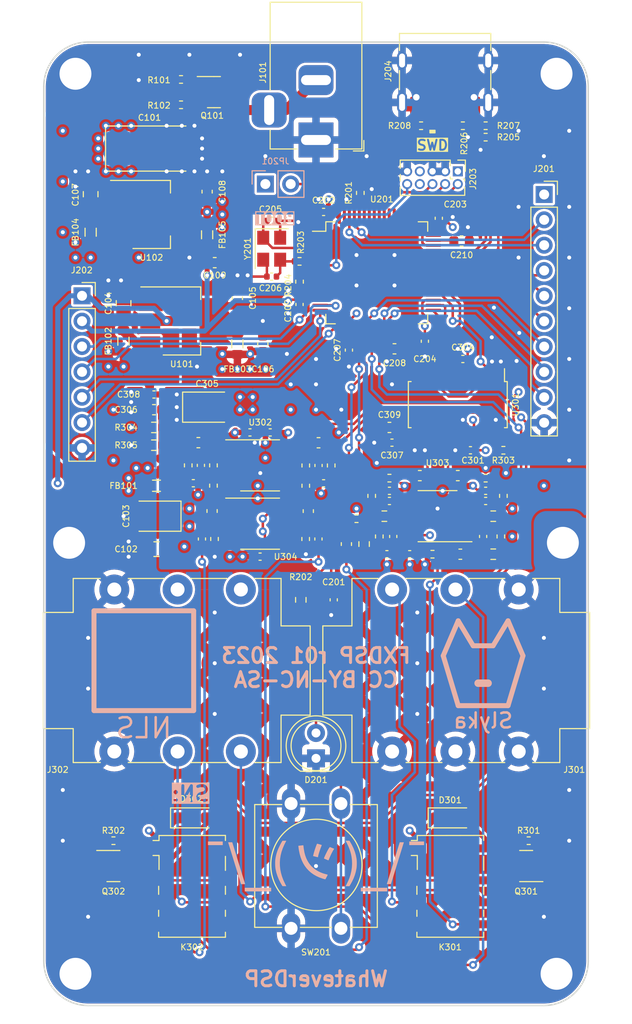
<source format=kicad_pcb>
(kicad_pcb (version 20221018) (generator pcbnew)
  (title_block (title "FXDSP") (date "2023-04-01") (rev "${REVISION}") (company "Nuclear Lighthouse Studios") (comment 1 "${LICENSE}"))
  (layers (0 "F.Cu" signal) (1 "In1.Cu" power) (2 "In2.Cu" power) (31 "B.Cu" signal) (34 "B.Paste" user) (35 "F.Paste" user) (36 "B.SilkS" user "B.Silkscreen") (37 "F.SilkS" user "F.Silkscreen") (38 "B.Mask" user) (39 "F.Mask" user) (44 "Edge.Cuts" user))
  (property "LICENSE" "CC BY-NC-SA")
  (property "REVISION" "r01")
  (property "YEAR" "2023")
  (net 0 "")
  (net 1 "GND")
  (net 2 "+9V")
  (net 3 "+5VA")
  (net 4 "Net-(U201-PH0)")
  (net 5 "Net-(C206-Pad1)")
  (net 6 "Net-(U201-VCAP_1)")
  (net 7 "Net-(U201-VCAP_2)")
  (net 8 "GNDA")
  (net 9 "CODEC_COM")
  (net 10 "Net-(U301-V_{IN}L)")
  (net 11 "Net-(U301-V_{IN}R)")
  (net 12 "Net-(U301-V_{OUT}L+)")
  (net 13 "Net-(C312-Pad2)")
  (net 14 "Net-(U301-V_{OUT}R+)")
  (net 15 "Net-(C313-Pad2)")
  (net 16 "Net-(C316-Pad1)")
  (net 17 "Net-(C317-Pad1)")
  (net 18 "Net-(C318-Pad1)")
  (net 19 "BUT_IN_1")
  (net 20 "BUT_IN_2")
  (net 21 "+9VA")
  (net 22 "+5V")
  (net 23 "+3.3VA")
  (net 24 "Net-(U302B--)")
  (net 25 "Net-(U302A--)")
  (net 26 "LED_1")
  (net 27 "USB_D+")
  (net 28 "Net-(U303A--)")
  (net 29 "USB_D-")
  (net 30 "+3.3V")
  (net 31 "I2C_SCL")
  (net 32 "I2C_SDA")
  (net 33 "LED_2")
  (net 34 "LED_3")
  (net 35 "LED_4")
  (net 36 "BUT_IN_3")
  (net 37 "BUT_IN_4")
  (net 38 "NRST")
  (net 39 "SWO")
  (net 40 "SWCLK")
  (net 41 "SWDIO")
  (net 42 "Net-(C314-Pad1)")
  (net 43 "BOOT0")
  (net 44 "USB_VBUS")
  (net 45 "ADC_IN_1")
  (net 46 "ADC_IN_2")
  (net 47 "ADC_IN_3")
  (net 48 "ADC_IN_4")
  (net 49 "Net-(U303B--)")
  (net 50 "Net-(U304B--)")
  (net 51 "Net-(U304A--)")
  (net 52 "Net-(C327-Pad2)")
  (net 53 "Net-(C328-Pad2)")
  (net 54 "Net-(C329-Pad1)")
  (net 55 "Net-(C329-Pad2)")
  (net 56 "Net-(U304B-+)")
  (net 57 "Net-(C330-Pad2)")
  (net 58 "Net-(U304A-+)")
  (net 59 "Net-(C331-Pad2)")
  (net 60 "Net-(D201-A)")
  (net 63 "Net-(J204-VBUS-PadA4)")
  (net 64 "Net-(J204-CC1)")
  (net 66 "Net-(J204-CC2)")
  (net 68 "Net-(C315-Pad1)")
  (net 69 "Net-(C316-Pad2)")
  (net 70 "Net-(Q101-G)")
  (net 71 "Net-(U201-PH1)")
  (net 72 "Net-(U301-MODE)")
  (net 83 "/V_IN")
  (net 84 "/Audio/LRCK")
  (net 85 "/Audio/BCK")
  (net 86 "/Audio/DIN")
  (net 87 "/Audio/DOUT")
  (net 88 "/Audio/SCK")
  (net 104 "Net-(C319-Pad1)")
  (net 105 "Net-(C317-Pad2)")
  (net 106 "Net-(C323-Pad1)")
  (net 107 "Net-(C324-Pad1)")
  (net 108 "Net-(C330-Pad1)")
  (net 109 "Net-(C332-Pad2)")
  (net 111 "COIL_R")
  (net 112 "COIL_L")
  (net 113 "Net-(J301-PadR)")
  (net 114 "Net-(J301-PadT)")
  (net 115 "Net-(J302-PadR)")
  (net 116 "Net-(J302-PadT)")
  (net 119 "Net-(K301-Pad2)")
  (net 120 "Net-(K302-Pad2)")
  (net 121 "/Audio/BYPASSL")
  (net 122 "/Audio/BYPASSR")
  (net 123 "Net-(Q301-B)")
  (net 124 "Net-(Q302-B)")
  (net 125 "Net-(#FLG0104-pwr)")
  (net 126 "Net-(#FLG0106-pwr)")
  (footprint "Capacitor_SMD:C_0805_2012Metric" (layer "F.Cu") (at 110.998 90.17 180)
    (fp_text reference "C102")
    (fp_text value "10µ")
  )
  (footprint "Capacitor_SMD:C_0805_2012Metric" (layer "F.Cu") (at 107.696 65.532 90)
    (fp_text reference "C104")
    (fp_text value "10µ")
  )
  (footprint "Capacitor_SMD:C_0603_1608Metric" (layer "F.Cu") (at 119.113 65.024 90)
    (fp_text reference "C105")
    (fp_text value "10µ")
  )
  (footprint "Capacitor_Tantalum_SMD:CP_EIA-7343-30_AVX-N" (layer "F.Cu") (at 110.3005 50.038)
    (fp_text reference "C101")
    (fp_text value "100µ")
  )
  (footprint "Capacitor_SMD:C_0805_2012Metric" (layer "F.Cu") (at 104.394 54.61 90)
    (fp_text reference "C107")
    (fp_text value "10µ")
  )
  (footprint "Capacitor_SMD:C_0603_1608Metric" (layer "F.Cu") (at 116.078 54.356 90)
    (fp_text reference "C108")
    (fp_text value "10µ")
  )
  (footprint "Inductor_SMD:L_0805_2012Metric" (layer "F.Cu") (at 107.683 69.342 -90)
    (fp_text reference "FB102")
    (fp_text value "100")
  )
  (footprint "Inductor_SMD:L_0805_2012Metric" (layer "F.Cu") (at 119.113 69.596 90)
    (fp_text reference "FB103")
    (fp_text value "600")
  )
  (footprint "Inductor_SMD:L_0805_2012Metric" (layer "F.Cu") (at 104.394 58.42 -90)
    (fp_text reference "FB104")
    (fp_text value "100")
  )
  (footprint "Inductor_SMD:L_0805_2012Metric" (layer "F.Cu") (at 116.078 58.674 90)
    (fp_text reference "FB105")
    (fp_text value "600")
  )
  (footprint "Connector_BarrelJack:BarrelJack_Horizontal" (layer "F.Cu") (at 127 49.18 -90)
    (fp_text reference "J101")
    (fp_text value "Barrel_Jack_Switch")
  )
  (footprint "Package_TO_SOT_SMD:SOT-223-3_TabPin2" (layer "F.Cu") (at 110.49 56.642)
    (fp_text reference "U102")
    (fp_text value "NCP1117-3.3")
  )
  (footprint "Inductor_SMD:L_0805_2012Metric" (layer "F.Cu") (at 110.998 83.82 180)
    (fp_text reference "FB101")
    (fp_text value "600")
  )
  (footprint "Package_TO_SOT_SMD:SOT-223-3_TabPin2" (layer "F.Cu") (at 113.525 67.31)
    (fp_text reference "U101")
    (fp_text value "NCP1117-5.0")
  )
  (footprint "LED_THT:LED_D5.0mm" (layer "F.Cu") (at 127 111.13 90)
    (fp_text reference "D201")
    (fp_text value "LED")
  )
  (footprint "Diode_SMD:D_SOD-123F" (layer "F.Cu") (at 140.462 117.094)
    (fp_text reference "D301")
    (fp_text value "SM4007")
  )
  (footprint "Capacitor_SMD:C_0603_1608Metric" (layer "F.Cu") (at 116.575866 86.349866 90)
    (fp_text reference "C328" hide)
    (fp_text value "10µ")
  )
  (footprint "Capacitor_SMD:C_0402_1005Metric" (layer "F.Cu") (at 136.398 90.678 180)
    (fp_text reference "C303" hide)
    (fp_text value "100n")
  )
  (footprint "Capacitor_SMD:C_0603_1608Metric" (layer "F.Cu") (at 116.84 61.468)
    (fp_text reference "C109")
    (fp_text value "10µ")
  )
  (footprint "Resistor_SMD:R_0603_1608Metric" (layer "F.Cu") (at 125.476 95.25 90)
    (fp_text reference "R202")
    (fp_text value "1k")
  )
  (footprint "Capacitor_SMD:C_0402_1005Metric" (layer "F.Cu") (at 122.407732 78.475866 180)
    (fp_text reference "C325" hide)
    (fp_text value "100n")
  )
  (footprint "MountingHole:MountingHole_3.2mm_M3_Pad" (layer "F.Cu") (at 102.87 42.545)
    (fp_text reference "H101" hide)
    (fp_text value "MountingHole_Pad")
  )
  (footprint "MountingHole:MountingHole_3.2mm_M3_Pad" (layer "F.Cu") (at 151.13 42.545)
    (fp_text reference "H102" hide)
    (fp_text value "MountingHole_Pad")
  )
  (footprint "Package_SO:TSSOP-28_4.4x9.7mm_P0.65mm" (layer "F.Cu") (at 141.224 75.692 -90)
    (fp_text reference "U301")
    (fp_text value "PCM3060")
  )
  (footprint "Resistor_SMD:R_0603_1608Metric" (layer "F.Cu") (at 144.78 86.868)
    (fp_text reference "R315" hide)
    (fp_text value "130k")
  )
  (footprint "Resistor_SMD:R_0402_1005Metric" (layer "F.Cu") (at 144.018 47.752)
    (fp_text reference "R207")
    (fp_text value "1k")
  )
  (footprint "Capacitor_SMD:C_0603_1608Metric" (layer "F.Cu") (at 141.478 90.678 180)
    (fp_text reference "C329" hide)
    (fp_text value "10µ")
  )
  (footprint "Connector_PinSocket_2.54mm:PinSocket_1x07_P2.54mm_Vertical" (layer "F.Cu") (at 103.53 64.79)
    (fp_text reference "J202")
    (fp_text value "Conn_01x07")
  )
  (footprint "Capacitor_SMD:C_0402_1005Metric" (layer "F.Cu") (at 122.555 62.865 180)
    (fp_text reference "C206")
    (fp_text value "12pF")
  )
  (footprint "Resistor_SMD:R_0603_1608Metric" (layer "F.Cu") (at 144.78 90.678)
    (fp_text reference "R320" hide)
    (fp_text value "100")
  )
  (footprint "Resistor_SMD:R_0402_1005Metric" (layer "F.Cu") (at 145.796 84.836 90)
    (fp_text reference "R310" hide)
    (fp_text value "47k")
  )
  (footprint "Capacitor_SMD:C_0603_1608Metric" (layer "F.Cu") (at 121.666 69.596 90)
    (fp_text reference "C106")
    (fp_text value "10µ")
  )
  (footprint "Resistor_SMD:R_0402_1005Metric" (layer "F.Cu") (at 131.064 87.122)
    (fp_text reference "R325" hide)
    (fp_text value "1M")
  )
  (footprint "Resistor_SMD:R_0402_1005Metric" (layer "F.Cu") (at 125.963732 89.154 90)
    (fp_text reference "R322" hide)
    (fp_text value "1M")
  )
  (footprint "Capacitor_SMD:C_0402_1005Metric" (layer "F.Cu") (at 142.494 80.264)
    (fp_text reference "C301")
    (fp_text value "100n")
  )
  (footprint "Package_QFP:LQFP-64_10x10mm_P0.5mm" (layer "F.Cu") (at 133.096 62.484)
    (fp_text reference "U201")
    (fp_text value "STM32F405RGTx")
  )
  (footprint "Resistor_SMD:R_0603_1608Metric" (layer "F.Cu") (at 110.744 79.756 180)
    (fp_text reference "R305")
    (fp_text value "10k")
  )
  (footprint "Package_SO:SOIC-8_3.9x4.9mm_P1.27mm" (layer "F.Cu") (at 139.192 86.868 180)
    (fp_text reference "U303")
    (fp_text value "NE5532")
  )
  (footprint "Capacitor_Tantalum_SMD:CP_EIA-3528-21_Kemet-B" (layer "F.Cu") (at 116.078 75.946)
    (fp_text reference "C305")
    (fp_text value "100µ")
  )
  (footprint "Resistor_SMD:R_0402_1005Metric" (layer "F.Cu") (at 113.4595 45.654)
    (fp_text reference "R102")
    (fp_text value "10k")
  )
  (footprint "Capacitor_SMD:C_0402_1005Metric" (layer "F.Cu") (at 134.112 90.678 180)
    (fp_text reference "C326" hide)
    (fp_text value "100n")
  )
  (footprint "Resistor_SMD:R_0402_1005Metric" (layer "F.Cu") (at 125.349 61.341 180)
    (fp_text reference "R203")
    (fp_text value "47")
  )
  (footprint "Package_TO_SOT_SMD:SOT-23" (layer "F.Cu") (at 148.082 121.92 180)
    (fp_text reference "Q301")
    (fp_text value "MMBT3904")
  )
  (footprint "Capacitor_SMD:C_0402_1005Metric" (layer "F.Cu") (at 127.243866 89.154 -90)
    (fp_text reference "C331" hide)
    (fp_text value "100n")
  )
  (footprint "Capacitor_SMD:C_0603_1608Metric" (layer "F.Cu") (at 110.744 76.2 180)
    (fp_text reference "C306")
    (fp_text value "10µ")
  )
  (footprint "MountingHole:MountingHole_3.2mm_M3_Pad" (layer "F.Cu") (at 151.765 89.535)
    (fp_text reference "H104" hide)
    (fp_text value "MountingHole_Pad")
  )
  (footprint "Capacitor_SMD:C_0402_1005Metric" (layer "F.Cu") (at 120.375732 78.475866 180)
    (fp_text reference "C302" hide)
    (fp_text value "100n")
  )
  (footprint "Capacitor_SMD:C_0402_1005Metric" (layer "F.Cu") (at 125.349 65.659 90)
    (fp_text reference "C209")
    (fp_text value "100n")
  )
  (footprint "Resistor_SMD:R_0402_1005Metric" (layer "F.Cu") (at 137.541 47.752 180)
    (fp_text reference "R208")
    (fp_text value "5.1k")
  )
  (footprint "Capacitor_SMD:C_0603_1608Metric" (layer "F.Cu") (at 134.366 77.978 180)
    (fp_text reference "C309")
    (fp_text value "10µ")
  )
  (footprint "Capacitor_SMD:C_0402_1005Metric" (layer "F.Cu") (at 115.559866 89.154 -90)
    (fp_text reference "C332" hide)
    (fp_text value "100n")
  )
  (footprint "Package_SO:SOIC-8_3.9x4.9mm_P1.27mm" (layer "F.Cu") (at 121.391732 87.619866)
    (fp_text reference "U304")
    (fp_text value "NE5532")
  )
  (footprint "Connector_Audio:Jack_6.35mm_Neutrik_NMJ6HCD2_Horizontal" (layer "F.Cu") (at 119.465 110.445 180)
    (fp_text reference "J302")
    (fp_text value "AudioJack3_Switch")
  )
  (footprint "Capacitor_SMD:C_0402_1005Metric" (layer "F.Cu") (at 134.366 84.328)
    (fp_text reference "C315" hide)
    (fp_text value "3.3n")
  )
  (footprint "Capacitor_SMD:C_0402_1005Metric" (layer "F.Cu") (at 144.018 84.328 180)
    (fp_text reference "C314" hide)
    (fp_text value "3.3n")
  )
  (footprint "Capacitor_SMD:C_0402_1005Metric" (layer "F.Cu") (at 122.555 57.277)
    (fp_text reference "C205")
    (fp_text value "12pF")
  )
  (footprint "Resistor_SMD:R_0402_1005Metric" (layer "F.Cu") (at 125.973866 81.788 90)
    (fp_text reference "R312" hide)
    (fp_text value "8.6k")
  )
  (footprint "Capacitor_SMD:C_0402_1005Metric" (layer "F.Cu") (at 114.690933 83.566 180)
    (fp_text reference "C311" hide)
    (fp_text value "1n")
  )
  (footprint "Capacitor_SMD:C_0402_1005Metric" (layer "F.Cu") (at 121.391732 90.921866 180)
    (fp_text reference "C322" hide)
    (fp_text value "100n")
  )
  (footprint "Capacitor_SMD:C_0603_1608Metric" (layer "F.Cu") (at 127.254 79.512134)
    (fp_text reference "C316" hide)
    (fp_text value "10µ")
  )
  (footprint "Capacitor_SMD:C_0402_1005Metric" (layer "F.Cu") (at 141.732 71.12)
    (fp_text reference "C304")
    (fp_text value "100n")
  )
  (footprint "Resistor_SMD:R_0402_1005Metric" (layer "F.Cu") (at 106.68 119.38 180)
    (fp_text reference "R302")
    (fp_text value "1k")
  )
  (footprint "Connector_PinSocket_2.54mm:PinSocket_1x10_P2.54mm_Vertical" (layer "F.Cu") (at 149.885 54.64)
    (fp_text reference "J201")
    (fp_text value "Conn_01x10")
  )
  (footprint "MountingHole:MountingHole_3.2mm_M3_Pad" (layer "F.Cu") (at 151.13 132.715)
    (fp_text reference "H106" hide)
    (fp_text value "MountingHole_Pad")
  )
  (footprint "Resistor_SMD:R_0402_1005Metric" (layer "F.Cu") (at 133.35 88.9 90)
    (fp_text reference "R316" hide)
    (fp_text value "43k")
  )
  (footprint "Connector_USB:USB_C_Receptacle_G-Switch_GT-USB-7010ASV" (layer "F.Cu") (at 139.954 42.291 180)
    (fp_text reference "J204")
    (fp_text value "USB_C_Receptacle_USB2.0")
  )
  (footprint "Capacitor_Tantalum_SMD:CP_EIA-3528-21_Kemet-B" (layer "F.Cu") (at 110.998 86.868 180)
    (fp_text reference "C103")
    (fp_text value "47µ")
  )
  (footprint "Resistor_SMD:R_0402_1005Metric" (layer "F.Cu") (at 114.182933 81.777866 -90)
    (fp_text reference "R307" hide)
    (fp_text value "1k")
  )
  (footprint "Connector_PinHeader_1.27mm:PinHeader_2x05_P1.27mm_Vertical" (layer "F.Cu") (at 141.224 52.324 -90)
    (fp_text reference "J203")
    (fp_text value "Conn_ARM_JTAG_SWD_10")
  )
  (footprint "Capacitor_SMD:C_0603_1608Metric" (layer "F.Cu") (at 137.414 82.804 180)
    (fp_text reference "C313" hide)
    (fp_text value "10µ")
  )
  (footprint "Button_Switch_THT:SW_PUSH-12mm" (layer "F.Cu") (at 124.5 128.16 90)
    (fp_text reference "SW201")
    (fp_text value "SW_Push")
  )
  (footprint "Capacitor_SMD:C_0402_1005Metric" (layer "F.Cu") (at 130.302 70.231 90)
    (fp_text reference "C207")
    (fp_text value "100n")
  )
  (footprint "Capacitor_SMD:C_0402_1005Metric" (layer "F.Cu") (at 134.747 88.9 90)
    (fp_text reference "C324" hide)
    (fp_text value "10p")
  )
  (footprint "Resistor_SMD:R_0402_1005Metric" (layer "F.Cu") (at 148.336 119.38 180)
    (fp_text reference "R301")
    (fp_text value "1k")
  )
  (footprint "Capacitor_SMD:C_0402_1005Metric" (layer "F.Cu") (at 137.922 69.342 90)
    (fp_text reference "C204")
    (fp_text value "100n")
  )
  (footprint "Capacitor_SMD:C_0402_1005Metric" (layer "F.Cu") (at 143.764 88.9 90)
    (fp_text reference "C323" hide)
    (fp_text value "10p")
  )
  (footprint "Resistor_SMD:R_0402_1005Metric" (layer "F.Cu") (at 145.542 88.9 90)
    (fp_text reference "R314" hide)
    (fp_text value "43k")
  )
  (footprint "Capacitor_SMD:C_0402_1005Metric" (layer "F.Cu") (at 144.018 85.344 180)
    (fp_text reference "C318" hide)
    (fp_text value "150p")
  )
  (footprint "Resistor_SMD:R_0402_1005Metric" (layer "F.Cu") (at 125.349 63.373 -90)
    (fp_text reference "R204")
    (fp_text value "1k")
  )
  (footprint "Resistor_SMD:R_0402_1005Metric" (layer "F.Cu") (at 144.018 48.895 180)
    (fp_text reference "R205")
    (fp_text value "2.2k")
  )
  (footprint "Resistor_SMD:R_0402_1005Metric" (layer "F.Cu") (at 116.819732 89.154 90)
    (fp_text reference "R323" hide)
    (fp_text value "1M")
  )
  (footprint "Resistor_SMD:R_0603_1608Metric" (layer "F.Cu") (at 133.858 86.868 180)
    (fp_text reference "R317" hide)
    (fp_text value "130k")
  )
  (footprint "Resistor_SMD:R_0402_1005Metric" (layer "F.Cu") (at 145.796 80.264 180)
    (fp_text reference "R303")
    (fp_text value "220k")
  )
  (footprint "Capacitor_SMD:C_0603_1608Metric" (layer "F.Cu") (at 130.048 89.662 -90)
    (fp_text reference "C330" hide)
    (fp_text value "10µ")
  )
  (footprint "Resistor_SMD:R_0402_1005Metric" (layer "F.Cu") (at 125.973866 83.82 90)
    (fp_text reference "R318" hide)
    (fp_text value "10k")
  )
  (footprint "Resistor_SMD:R_0603_1608Metric" (layer "F.Cu") (at 131.826 89.662 -90)
    (fp_text reference "R321" hide)
    (fp_text value "100")
  )
  (footprint "Resistor_SMD:R_0402_1005Metric" (layer "F.Cu") (at 116.712799 83.809866 90)
    (fp_text reference "R319" hide)
    (fp_text value "10k")
  )
  (footprint "Resistor_SMD:R_0402_1005Metric" (layer "F.Cu") (at 131.445 54.483 90)
    (fp_text reference "R201")
    (fp_text value "10k")
  )
  (footprint "Connector_Audio:Jack_6.35mm_Neutrik_NMJ6HCD2_Horizontal" (layer "F.Cu") (at 134.635 94.215)
    (fp_text reference "J301")
    (fp_text value "AudioJack3_Switch")
  )
  (footprint "Resistor_SMD:R_0402_1005Metric" (layer "F.Cu") (at 134.366 83.058)
    (fp_text reference "R309" hide)
    (fp_text value "910")
  )
  (footprint "Capacitor_SMD:C_0402_1005Metric" (layer "F.Cu") (at 127.762 83.576134 180)
    (fp_text reference "C310" hide)
    (fp_text value "1n")
  )
  (footprint "Package_TO_SOT_SMD:SOT-23" (layer "F.Cu") (at 106.68 121.92)
    (fp_text reference "Q302")
    (fp_text value "MMBT3904")
  )
  (footprint "MountingHole:MountingHole_3.2mm_M3_Pad" (layer "F.Cu") (at 102.87 132.715)
    (fp_text reference "H105" hide)
    (fp_text value "MountingHole_Pad")
  )
  (footprint "MountingHole:MountingHole_3.2mm_M3_Pad" (layer "F.Cu") (at 102.235 89.535)
    (fp_text reference "H103" hide)
    (fp_text value "MountingHole_Pad")
  )
  (footprint "Crystal:Crystal_SMD_3225-4Pin_3.2x2.5mm" (layer "F.Cu") (at 122.555 60.071 -90)
    (fp_text reference "Y201")
    (fp_text value "12.288Mhz")
  )
  (footprint "Capacitor_SMD:C_0603_1608Metric" (layer "F.Cu") (at 141.605 59.309)
    (fp_text reference "C210")
    (fp_text value "2.2µ")
  )
  (footprint "Relay_SMD:Relay_DPDT_Omron_G6K-2F-Y" (layer "F.Cu") (at 114.554 123.952)
    (fp_text reference "K302")
    (fp_text value "G6K-2")
  )
  (footprint "Capacitor_SMD:C_0402_1005Metric" (layer "F.Cu") (at 134.366 85.344)
    (fp_text reference "C319" hide)
    (fp_text value "150p")
  )
  (footprint "Capacitor_SMD:C_0402_1005Metric" (layer "F.Cu") (at 134.62 79.502 180)
    (fp_text reference "C307")
    (fp_text value "100n")
  )
  (footprint "Capacitor_SMD:C_0603_1608Metric" (layer "F.Cu") (at 126.227866 86.36 90)
    (fp_text reference "C327" hide)
    (fp_text value "10µ")
  )
  (footprint "Capacitor_SMD:C_0402_1005Metric" (layer "F.Cu") (at 127.254 81.788 90)
    (fp_text reference "C320" hide)
    (fp_text value "330p")
  )
  (footprint "Resistor_SMD:R_0402_1005Metric" (layer "F.Cu") (at 128.524 81.788 -90)
    (fp_text reference "R306" hide)
    (fp_text value "1k")
  )
  (footprint "Resistor_SMD:R_0402_1005Metric" (layer "F.Cu") (at 141.732 47.752)
    (fp_text reference "R206")
    (fp_text value "5.1k")
  )
  (footprint "Resistor_SMD:R_0402_1005Metric" (layer "F.Cu") (at 116.712799 81.777866 90)
    (fp_text reference "R313" hide)
    (fp_text value "8.6k")
  )
  (footprint "Package_TO_SOT_SMD:SOT-23" (layer "F.Cu") (at 116.7615 44.384)
    (fp_text reference "Q101")
    (fp_text value "Si2301CDS")
  )
  (footprint "Diode_SMD:D_SOD-123F" (layer "F.Cu") (at 114.62 117.094)
    (fp_text reference "D302")
    (fp_text value "SM4007")
  )
  (footprint "Capacitor_SMD:C_0402_1005Metric" (layer "F.Cu") (at 128.778 95.25 -90)
    (fp_text reference "C201")
    (fp_text value "100n")
  )
  (footprint "Capacitor_SMD:C_0402_1005Metric" (layer "F.Cu") (at 139.319 57.023 -90)
    (fp_text reference "C203")
    (fp_text value "100n")
  )
  (footprint "Resistor_SMD:R_0402_1005Metric" (layer "F.Cu") (at 144.018 83.058 180)
    (fp_text reference "R308" hide)
    (fp_text value "910")
  )
  (footprint "Capacitor_SMD:C_0402_1005Metric" (layer "F.Cu") (at 127.762 56.388)
    (fp_text reference "C202")
    (fp_text value "100n")
  )
  (footprint "Capacitor_SMD:C_0603_1608Metric" (layer "F.Cu") (at 115.198933 79.502 180)
    (fp_text reference "C317" hide)
    (fp_text value "10µ")
  )
  (footprint "Resistor_SMD:R_0603_1608Metric" (layer "F.Cu") (at 110.744 77.978)
    (fp_text reference "R304")
    (fp_text value "10k")
  )
  (footprint "Resistor_SMD:R_0402_1005Metric" (layer "F.Cu") (at 132.588 84.836 90)
    (fp_text reference "R311" hide)
    (fp_text value "47k")
  )
  (footprint "Resistor_SMD:R_0402_1005Metric" (layer "F.Cu") (at 113.4595 43.114 180)
    (fp_text reference "R101")
    (fp_text value "22k")
  )
  (footprint "Capacitor_SMD:C_0603_1608Metric" (layer "F.Cu") (at 141.224 82.804)
    (fp_text reference "C312" hide)
    (fp_text value "10µ")
  )
  (footprint "Package_SO:SOIC-8_3.9x4.9mm_P1.27mm" (layer "F.Cu") (at 121.391732 81.777866)
    (fp_text reference "U302")
    (fp_text value "NE5532")
  )
  (footprint "Capacitor_SMD:C_0402_1005Metric" (layer "F.Cu") (at 115.452933 81.777866 90)
    (fp_text reference "C321" hide)
    (fp_text value "330p")
  )
  (footprint "Capacitor_SMD:C_0402_1005Metric" (layer "F.Cu") (at 110.744 74.676 180)
    (fp_text reference "C308")
    (fp_text value "100n")
  )
  (footprint "Capacitor_SMD:C_0603_1608Metric" (layer "F.Cu") (at 134.874 70.1 180)
    (fp_text reference "C208")
    (fp_text value "2.2µ")
  )
  (footprint "Resistor_SMD:R_0402_1005Metric" (layer "F.Cu") (at 138.684 90.678 180)
    (fp_text reference "R324" hide)
    (fp_text value "1M")
  )
  (footprint "Relay_SMD:Relay_DPDT_Omron_G6K-2F-Y" (layer "F.Cu") (at 140.462 123.952)
    (fp_text reference "K301")
    (fp_text value "G6K-2")
  )
  (footprint "WhateverDSP:Shrug" (layer "B.Cu") (at 127 121.92 180)
    (fp_text reference "G***" hide)
    (fp_text value "LOGO" hide)
  )
  (footprint "Connector_PinHeader_2.54mm:PinHeader_1x02_P2.54mm_Vertical" (layer "B.Cu") (at 121.92 53.594 -90)
    (fp_text reference "JP201")
    (fp_text value "Boot Jumper")
  )
  (footprint "logos:foxlogo_nocopper" (layer "B.Cu") (at 143.764 100.85 180)
    (fp_text reference "foxlogo" hide)
    (fp_text value "foxlogo_nocopper" hide)
  )
  (footprint "logos:nlslogo_nocopper" (layer "B.Cu") (at 109.728 101.346 180)
    (fp_text reference "nlslogo" hide)
    (fp_text value "nlslogo_nocopper" hide)
  )
  (gr_rect (start 138.43 48.2092) (end 138.938 48.4632) (stroke (width 0.12)) (fill solid) (layer "F.SilkS"))
  (gr_arc (start 104.14 135.89) (mid 100.99691 134.58809) (end 99.695 131.445) (stroke (width 0.15)) (layer "Edge.Cuts"))
  (gr_arc (start 149.86 39.37) (mid 153.00309 40.67191) (end 154.305 43.815) (stroke (width 0.15)) (layer "Edge.Cuts"))
  (gr_arc (start 99.695 43.815) (mid 100.99691 40.67191) (end 104.14 39.37) (stroke (width 0.15)) (layer "Edge.Cuts"))
  (gr_arc (start 154.305 131.445) (mid 153.00309 134.58809) (end 149.86 135.89) (stroke (width 0.15)) (layer "Edge.Cuts"))
  (gr_line (start 104.14 39.37) (end 149.86 39.37) (stroke (width 0.15)) (layer "Edge.Cuts"))
  (gr_line (start 99.695 131.445) (end 99.695 43.815) (stroke (width 0.15)) (layer "Edge.Cuts"))
  (gr_line (start 104.14 135.89) (end 149.86 135.89) (stroke (width 0.15)) (layer "Edge.Cuts"))
  (gr_line (start 154.305 43.815) (end 154.305 131.445) (stroke (width 0.15)) (layer "Edge.Cuts"))
  (gr_text "FXDSP ${REVISION} ${YEAR}\n${LICENSE}" (at 127 104.14) (layer "B.SilkS") (effects (font (size 1.5 1.5) (thickness 0.3) bold) (justify bottom mirror)))
  (gr_text "BOOT" (at 122.936 57.658) (layer "B.SilkS" knockout) (effects (font (size 1 1) (thickness 0.2) bold) (justify bottom mirror)))
  (gr_text "SN:        " (at 109.855 115.57) (layer "B.SilkS" knockout) (effects (font (size 1.5 1.5) (thickness 0.3) bold) (justify bottom mirror)))
  (gr_text "WhateverDSP" (at 127 134.112) (layer "B.SilkS") (effects (font (size 1.5 1.5) (thickness 0.3) bold) (justify bottom mirror)))
  (gr_text "SWD" (at 138.684 50.292) (layer "F.SilkS" knockout) (effects (font (size 1 1) (thickness 0.2) bold) (justify bottom)))
  (segment (start 134.846 84.328) (end 135.389516 84.328) (width 0.25) (layer "F.Cu") (net 1))
  (segment (start 116.078 53.835) (end 116.091 53.835) (width 0.5) (layer "F.Cu") (net 1))
  (segment (start 142.903 84.963) (end 143.538 84.328) (width 0.25) (layer "F.Cu") (net 1))
  (segment (start 123.405 57.647) (end 123.035 57.277) (width 0.25) (layer "F.Cu") (net 1))
  (segment (start 125.349 66.139) (end 124.615 66.139) (width 0.25) (layer "F.Cu") (net 1))
  (segment (start 138.174 90.678) (end 138.174 91.442) (width 0.25) (layer "F.Cu") (net 1))
  (segment (start 118.916732 89.524866) (end 119.514732 89.524866) (width 0.25) (layer "F.Cu") (net 1))
  (segment (start 135.389516 84.328) (end 135.885908 83.831608) (width 0.25) (layer "F.Cu") (net 1))
  (segment (start 142.38 58.052) (end 142.24 57.912) (width 0.25) (layer "F.Cu") (net 1))
  (segment (start 143.256 84.328) (end 142.748 83.82) (width 0.25) (layer "F.Cu") (net 1))
  (segment (start 140.899 71.473) (end 141.252 71.12) (width 0.25) (layer "F.Cu") (net 1))
  (segment (start 142.199 80.079) (end 142.014 80.264) (width 0.249936) (layer "F.Cu") (net 1))
  (segment (start 109.665 79.756) (end 108.204 79.756) (width 0.5) (layer "F.Cu") (net 1))
  (segment (start 141.667 84.963) (end 142.903 84.963) (width 0.25) (layer "F.Cu") (net 1))
  (segment (start 124.615 66.139) (end 124.206 66.548) (width 0.25) (layer "F.Cu") (net 1))
  (segment (start 125.349 63.883) (end 124.585 63.883) (width 0.25) (layer "F.Cu") (net 1))
  (segment (start 137.649 78.5545) (end 137.649 79.991) (width 0.25) (layer "F.Cu") (net 1))
  (segment (start 137.649 79.991) (end 137.922 80.264) (width 0.25) (layer "F.Cu") (net 1))
  (segment (start 141.549 77.399) (end 141.732 77.216) (width 0.249936) (layer "F.Cu") (net 1))
  (segment (start 129.846 56.809) (end 129.846 55.32) (width 0.25) (layer "F.Cu") (net 1))
  (segment (start 122.075 62.865) (end 122.075 61.541) (width 0.25) (layer "F.Cu") (net 1))
  (segment (start 140.363 56.543) (end 140.716 56.896) (width 0.25) (layer "F.Cu") (net 1))
  (segment (start 141.667 84.963) (end 143.157 84.963) (width 0.25) (layer "F.Cu") (net 1))
  (segment (start 125.7 64.234) (end 125.349 63.883) (width 0.25) (layer "F.Cu") (net 1))
  (segment (start 119.885598 78.486) (end 118.872 78.486) (width 0.25) (layer "F.Cu") (net 1))
  (segment (start 143.538 84.328) (end 143.256 84.328) (width 0.25) (layer "F.Cu") (net 1))
  (segment (start 121.927732 78.475866) (end 121.92 78.483598) (width 0.25) (layer "F.Cu") (net 1))
  (segment (start 133.632 91.214) (end 134.112 91.694) (width 0.25) (layer "F.Cu") (net 1))
  (segment (start 129.639 70.711) (end 130.302 70.711) (width 0.25) (layer "F.Cu") (net 1))
  (segment (start 141.549 78.5545) (end 141.549 79.799) (width 0.249936) (layer "F.Cu") (net 1))
  (segment (start 123.405 58.971) (end 123.405 57.647) (width 0.25) (layer "F.Cu") (net 1))
  (segment (start 129.846 69.239391) (end 129.032 70.053391) (width 0.25) (layer "F.Cu") (net 1))
  (segment (start 142.199 78.5545) (end 142.199 77.683) (width 0.249936) (layer "F.Cu") (net 1))
  (segment (start 124.585 63.883) (end 124.206 64.262) (width 0.25) (layer "F.Cu") (net 1))
  (segment (start 129.032 70.104) (end 129.639 70.711) (width 0.25) (layer "F.Cu") (net 1))
  (segment (start 134.846 85.344) (end 134.846 84.328) (width 0.25) (layer "F.Cu") (net 1))
  (segment (start 131.574 86.616) (end 131.064 86.106) (width 0.25) (layer "F.Cu") (net 1))
  (segment (start 129.846 68.159) (end 129.846 69.239391) (width 0.25) (layer "F.Cu") (net 1))
  (segment (start 144.799 78.5545) (end 144.799 77.451) (width 0.25) (layer "F.Cu") (net 1))
  (segment (start 115.170933 83.566) (end 115.170933 84.727065) (width 0.25) (layer "F.Cu") (net 1))
  (segment (start 142.014 80.264) (end 140.97 80.264) (width 0.249936) (layer "F.Cu") (net 1))
  (segment (start 144.799 71.52) (end 144.653 71.374) (width 0.25) (layer "F.Cu") (net 1))
  (segment (start 140.335 84.963) (end 139.7 84.328) (width 0.25) (layer "F.Cu") (net 1))
  (segment (start 127.282 84.356) (end 127.508 84.582) (width 0.25) (layer "F.Cu") (net 1))
  (segment (start 119.895732 78.475866) (end 119.885598 78.486) (width 0.25) (layer "F.Cu") (net 1))
  (segment (start 144.799 72.8295) (end 144.799 71.52) (width 0.25) (layer "F.Cu") (net 1))
  (segment (start 132.459 53.973) (end 132.588 54.102) (width 0.25) (layer "F.Cu") (net 1))
  (segment (start 125.095 57.277) (end 125.222 57.404) (width 0.25) (layer "F.Cu") (net 1))
  (segment (start 138.174 91.442) (end 137.922 91.694) (width 0.25) (layer "F.Cu") (net 1))
  (segment (start 145.449 72.8295) (end 145.449 71.467) (width 0.25) (layer "F.Cu") (net 1))
  (segment (start 127.282 83.576134) (end 127.282 84.356) (width 0.25) (layer "F.Cu") (net 1))
  (segment (start 139.7 84.328) (end 139.192 83.82) (width 0.25) (layer "F.Cu") (net 1))
  (segment (start 130.302 70.711) (end 130.302 71.882) (width 0.25) (layer "F.Cu") (net 1))
  (segment (start 133.632 90.678) (end 133.632 91.214) (width 0.25) (layer "F.Cu") (net 1))
  (segment (start 122.075 62.865) (end 120.269 62.865) (width 0.25) (layer "F.Cu") (net 1))
  (segment (start 141.252 70.132) (end 141.224 70.104) (width 0.249936) (layer "F.Cu") (net 1))
  (segment (start 139.192 83.82) (end 135.897516 83.82) (width 0.25) (layer "F.Cu") (net 1))
  (segment (start 131.445 53.973) (end 132.459 53.973) (width 0.25) (layer "F.Cu") (net 1))
  (segment (start 141.549 78.5545) (end 141.549 77.399) (width 0.249936) (layer "F.Cu") (net 1))
  (segment (start 131.574 87.122) (end 131.574 86.616) (width 0.25) (layer "F.Cu") (net 1))
  (segment (start 142.199 78.5545) (end 142.199 80.079) (width 0.249936) (layer "F.Cu") (net 1))
  (segment (start 127.421 64.234) (end 125.7 64.234) (width 0.25) (layer "F.Cu") (net 1))
  (segment (start 142.38 59.309) (end 142.38 58.052) (width 0.25) (layer "F.Cu") (net 1))
  (segment (start 136.999 78.5545) (end 136.999 80.171) (width 0.25) (layer "F.Cu") (net 1))
  (segment (start 135.918 90.678) (end 135.918 91.214) (width 0.25) (layer "F.Cu") (net 1))
  (segment (start 136.999 80.171) (end 136.906 80.264) (width 0.25) (layer "F.Cu") (net 1))
  (segment (start 142.199 77.683) (end 141.732 77.216) (width 0.249936) (layer "F.Cu") (net 1))
  (segment (start 145.449 71.467) (end 145.542 71.374) (width 0.25) (layer "F.Cu") (net 1))
  (segment (start 115.170933 84.727065) (end 115.170934 84.727066) (width 0.25) (layer "F.Cu") (net 1))
  (segment (start 141.549 79.799) (end 142.014 80.264) (width 0.249936) (layer "F.Cu") (net 1))
  (segment (start 139.319 56.543) (end 140.363 56.543) (width 0.25) (layer "F.Cu") (net 1))
  (segment (start 122.075 61.541) (end 121.705 61.171) (width 0.25) (layer "F.Cu") (net 1))
  (segment (start 127.282 55.146) (end 127.254 55.118) (width 0.25) (layer "F.Cu") (net 1))
  (segment (start 140.899 72.8295) (end 140.899 71.473) (width 0.25) (layer "F.Cu") (net 1))
  (segment (start 135.918 91.214) (end 136.398 91.694) (width 0.25) (layer "F.Cu") (net 1))
  (segment (start 127.282 56.388) (end 127.282 55.146) (width 0.25) (layer "F.Cu") (net 1))
  (segment (start 120.269 62.865) (end 120.142 62.738) (width 0.25) (layer "F.Cu") (net 1))
  (segment (start 129.846 55.32) (end 130.048 55.118) (width 0.25) (layer "F.Cu") (net 1))
  (segment (start 129.032 70.053391) (end 129.032 70.104) (width 0.25) (layer "F.Cu") (net 1))
  (segment (start 141.667 84.963) (end 140.335 84.963) (width 0.25) (layer "F.Cu") (net 1))
  (segment (start 134.099 71.361) (end 134.112 71.374) (width 0.25) (layer "F.Cu") (net 1))
  (segment (start 128.778 95.73) (end 128.778 96.52) (width 0.25) (layer "F.Cu") (net 1))
  (segment (start 135.897516 83.82) (end 135.885908 83.831608) (width 0.25) (layer "F.Cu") (net 1))
  (segment (start 123.035 57.277) (end 125.095 57.277) (width 0.25) (layer "F.Cu") (net 1))
  (segment (start 144.799 77.451) (end 145.034 77.216) (width 0.25) (layer "F.Cu") (net 1))
  (segment (start 141.252 71.12) (end 141.252 70.132) (width 0.249936) (layer "F.Cu") (net 1))
  (segment (start 128.778 96.52) (end 128.524 96.774) (width 0.25) (layer "F.Cu") (net 1))
  (segment (start 143.157 84.963) (end 143.538 85.344) (width 0.25) (layer "F.Cu") (net 1))
  (via (at 137.16 101.6) (size 0.8) (drill 0.4) (layers "F.Cu" "B.Cu") (net 1))
  (via (at 143.51 50.165) (size 0.8) (drill 0.4) (layers "F.Cu" "B.Cu") (net 1))
  (via (at 132.842 79.502) (size 0.8) (drill 0.4) (layers "F.Cu" "B.Cu") (net 1))
  (via (at 146.685 86.106) (size 0.8) (drill 0.4) (layers "F.Cu" "B.Cu") (net 1))
  (via (at 119.38 74.93) (size 0.8) (drill 0.4) (layers "F.Cu" "B.Cu") (net 1))
  (via (at 115.170934 84.727066) (size 0.8) (drill 0.4) (layers "F.Cu" "B.Cu") (net 1))
  (via (at 106.172 63.246) (size 0.8) (drill 0.4) (layers "F.Cu" "B.Cu") (net 1))
  (via (at 127 76.2) (size 0.8) (drill 0.4) (layers "F.Cu" "B.Cu") (net 1))
  (via (at 134.874 60.706) (size 0.8) (drill 0.4) (layers "F.Cu" "B.Cu") (net 1))
  (via (at 147.32 60.96) (size 0.8) (drill 0.4) (layers "F.Cu" "B.Cu") (net 1))
  (via (at 136.398 91.694) (size 0.8) (drill 0.4) (layers "F.Cu" "B.Cu") (net 1))
  (via (at 112.014 52.324) (size 0.8) (drill 0.4) (layers "F.Cu" "B.Cu") (net 1))
  (via (at 125.222 57.404) (size 0.8) (drill 0.4) (layers "F.Cu" "B.Cu") (net 1))
  (via (at 101.6 119.38) (size 0.8) (drill 0.4) (layers "F.Cu" "B.Cu") (net 1))
  (via (at 109.22 40.64) (size 0.8) (drill 0.4) (layers "F.Cu" "B.Cu") (net 1))
  (via (at 115.57 51.054) (size 0.8) (drill 0.4) (layers "F.Cu" "B.Cu") (net 1))
  (via (at 136.906 80.264) (size 0.8) (drill 0.4) (layers "F.Cu" "B.Cu") (net 1))
  (via (at 134.874 63.754) (size 0.8) (drill 0.4) (layers "F.Cu" "B.Cu") (net 1))
  (via (at 137.922 80.264) (size 0.8) (drill 0.4) (layers "F.Cu" "B.Cu") (net 1))
  (via (at 102.87 52.324) (size 0.8) (drill 0.4) (layers "F.Cu" "B.Cu") (net 1))
  (via (at 127.254 55.118) (size 0.8) (drill 0.4) (layers "F.Cu" "B.Cu") (net 1))
  (via (at 152.4 48.26) (size 0.8) (drill 0.4) (layers "F.Cu" "B.Cu") (net 1))
  (via (at 149.86 83.82) (size 0.8) (drill 0.4) (layers "F.Cu" "B.Cu") (net 1))
  (via (at 139.7 84.328) (size 0.8) (drill 0.4) (layers "F.Cu" "B.Cu") (net 1))
  (via (at 152.4 81.28) (size 0.8) (drill 0.4) (layers "F.Cu" "B.Cu") (net 1))
  (via (at 149.86 104.14) (size 0.8) (drill 0.4) (layers "F.Cu" "B.Cu") (net 1))
  (via (at 128.524 96.774) (size 0.8) (drill 0.4) (layers "F.Cu" "B.Cu") (net 1))
  (via (at 121.158 83.82) (size 0.8) (drill 0.4) (layers "F.Cu" "B.Cu") (net 1))
  (via (at 135.885908 83.831608) (size 0.8) (drill 0.4) (layers "F.Cu" "B.Cu") (net 1))
  (via (at 147.388144 68.511856) (size 0.8) (drill 0.4) (layers "F.Cu" "B.Cu") (net 1))
  (via (at 115.57 49.022) (size 0.8) (drill 0.4) (layers "F.Cu" "B.Cu") (net 1))
  (via (at 145.034 77.216) (size 0.8) (drill 0.4) (layers "F.Cu" "B.Cu") (net 1))
  (via (at 124.079 70.612) (size 0.8) (drill 0.4) (layers "F.Cu" "B.Cu") (net 1))
  (via (at 116.84 101.6) (size 0.8) (drill 0.4) (layers "F.Cu" "B.Cu") (net 1))
  (via (at 144.653 71.374) (size 0.8) (drill 0.4) (layers "F.Cu" "B.Cu") (net 1))
  (via (at 116.84 106.68) (size 0.8) (drill 0.4) (layers "F.Cu" "B.Cu") (net 1))
  (via (at 120.142 62.738) (size 0.8) (drill 0.4) (layers "F.Cu" "B.Cu") (net 1))
  (via (at 107.696 86.868) (size 0.8) (drill 0.4) (layers "F.Cu" "B.Cu") (net 1))
  (via (at 131.064 60.706) (size 0.8) (drill 0.4) (layers "F.Cu" "B.Cu") (net 1))
  (via (at 129.032 70.104) (size 0.8) (drill 0.4) (layers "F.Cu" "B.Cu") (net 1))
  (via (at 127 121.92) (size 0.8) (drill 0.4) (layers "F.Cu" "B.Cu") (net 1))
  (via (at 102.87 53.848) (size 0.8) (drill 0.4) (layers "F.Cu" "B.Cu") (net 1))
  (via (at 137.922 91.694) (size 0.8) (drill 0.4) (layers "F.Cu" "B.Cu") (net 1))
  (via (at 107.442 63.246) (size 0.8) (drill 0.4) (layers "F.Cu" "B.Cu") (net 1))
  (via (at 131.064 63.754) (size 0.8) (drill 0.4) (layers "F.Cu" "B.Cu") (net 1))
  (via (at 108.458 79.756) (size 0.8) (drill 0.4) (layers "F.Cu" "B.Cu") (net 1))
  (via (at 146.685 88.9) (size 0.8) (drill 0.4) (layers "F.Cu" "B.Cu") (net 1))
  (via (at 118.872 78.486) (size 0.8) (drill 0.4) (layers "F.Cu" "B.Cu") (net 1))
  (via (at 131.064 86.106) (size 0.8) (drill 0.4) (layers "F.Cu" "B.Cu") (net 1))
  (via (at 108.204 89.408) (size 0.8) (drill 0.4) (layers "F.Cu" "B.Cu") (net 1))
  (via (at 120.65 76.2) (size 0.8) (drill 0.4) (layers "F.Cu" "B.Cu") (net 1))
  (via (at 109.22 43.18) (size 0.8) (drill 0.4) (layers "F.Cu" "B.Cu") (net 1))
  (via (at 112.014 47.752) (size 0.8) (drill 0.4) (layers "F.Cu" "B.Cu") (net 1))
  (via (at 121.92 79.502) (size 0.8) (drill 0.4) (layers "F.Cu" "B.Cu") (net 1))
  (via (at 114.808 47.752) (size 0.8) (drill 0.4) (layers "F.Cu" "B.Cu") (net 1))
  (via (at 115.57 50.038) (size 0.8) (drill 0.4) (layers "F.Cu" "B.Cu") (net 1))
  (via (at 134.112 91.694) (size 0.8) (drill 0.4) (layers "F.Cu" "B.Cu") (net 1))
  (via (at 117.602 52.324) (size 0.8) (drill 0.4) (layers "F.Cu" "B.Cu") (net 1))
  (via (at 152.4 119.38) (size 0.8) (drill 0.4) (layers "F.Cu" "B.Cu") (net 1))
  (via (at 127.004299 71.124299) (size 0.8) (drill 0.4) (layers "F.Cu" "B.Cu") (net 1))
  (via (at 130.302 71.882) (size 0.8) (drill 0.4) (layers "F.Cu" "B.Cu") (net 1))
  (via (at 104.14 104.14) (size 0.8) (drill 0.4) (layers "F.Cu" "B.Cu") (net 1))
  (via (at 152.4 71.12) (size 0.8) (drill 0.4) (layers "F.Cu" "B.Cu") (net 1))
  (via (at 116.84 96.52) (size 0.8) (drill 0.4) (layers "F.Cu" "B.Cu") (net 1))
  (via (at 152.4 76.2) (size 0.8) (drill 0.4) (layers "F.Cu" "B.Cu") (net 1))
  (via (at 117.602 62.738) (size 0.8) (drill 0.4) (layers "F.Cu" "B.Cu") (net 1))
  (via (at 134.62 73.66) (size 0.8) (drill 0.4) (layers "F.Cu" "B.Cu") (net 1))
  (via (at 152.4 66.04) (size 0.8) (drill 0.4) (layers "F.Cu" "B.Cu") (net 1))
  (via (at 119.126 62.738) (size 0.8) (drill 0.4) (layers "F.Cu" "B.Cu") (net 1))
  (via (at 137.922 70.866) (size 0.8) (drill 0.4) (layers "F.Cu" "B.Cu") (net 1))
  (via (at 119.38 76.2) (size 0.8) (drill 0.4) (layers "F.Cu" "B.Cu") (net 1))
  (via (at 137.16 96.52) (size 0.8) (drill 0.4) (layers "F.Cu" "B.Cu") (net 1))
  (via (at 119.38 40.64) (size 0.8) (drill 0.4) (layers "F.Cu" "B.Cu") (net 1))
  (via (at 134.112 71.374) (size 0.8) (drill 0.4) (layers "F.Cu" "B.Cu") (net 1))
  (via (at 144.629951 68.946549) (size 0.8) (drill 0.4) (layers "F.Cu" "B.Cu") (net 1))
  (via (at 120.65 74.93) (size 0.8) (drill 0.4) (layers "F.Cu" "B.Cu") (net 1))
  (via (at 149.86 127) (size 0.8) (drill 0.4) (layers "F.Cu" "B.Cu") (net 1))
  (via (at 121.92 50.8) (size 0.8) (drill 0.4) (layers "F.Cu" "B.Cu") (net 1))
  (via (at 116.078 52.324) (size 0.8) (drill 0.4) (layers "F.Cu" "B.Cu") (net 1))
  (via (at 114.3 40.64) (size 0.8) (drill 0.4) (layers "F.Cu" "B.Cu") (net 1))
  (via (at 127.508 84.582) (size 0.8) (drill 0.4) (layers "F.Cu" "B.Cu") (net 1))
  (via (at 140.716 56.896) (size 0.8) (drill 0.4) (layers "F.Cu" "B.Cu") (net 1))
  (via (at 149.86 50.8) (size 0.8) (drill 0.4) (layers "F.Cu" "B.Cu") (net 1))
  (via (at 140.97 80.264) (size 0.8) (drill 0.4) (layers "F.Cu" "B.Cu") (net 1))
  (via (at 104.14 99.06) (size 0.8) (drill 0.4) (layers "F.Cu" "B.Cu") (net 1))
  (via (at 115.062 71.882) (size 0.8) (drill 0.4) (layers "F.Cu" "B.Cu") (net 1))
  (via (at 137.16 106.68) (size 0.8) (drill 0.4) (layers "F.Cu" "B.Cu") (net 1))
  (via (at 146.05 82.55) (size 0.8) (drill 0.4) (layers "F.Cu" "B.Cu") (net 1))
  (via (at 129.286 78.486) (size 0.8) (drill 0.4) (layers "F.Cu" "B.Cu") (net 1))
  (via (at 141.224 70.104) (size 0.8) (drill 0.4) (layers "F.Cu" "B.Cu") (net 1))
  (via (at 149.86 99.06) (size 0.8) (drill 0.4) (layers "F.Cu" "B.Cu") (net 1))
  (via (at 124.206 64.262) (size 0.8) (drill 0.4) (layers "F.Cu" "B.Cu") (net 1))
  (via (at 104.14 127) (size 0.8) (drill 0.4) (layers "F.Cu" "B.Cu") (net 1))
  (via (at 108.458 74.422) (size 0.8) (drill 0.4) (layers "F.Cu" "B.Cu") (net 1))
  (via (at 147.32 48.26) (size 0.8) (drill 0.4) (layers "F.Cu" "B.Cu") (net 1))
  (via (at 121.158 85.09) (size 0.8) (drill 0.4) (layers "F.Cu" "B.Cu") (net 1))
  (via (at 142.24 48.895) (size 0.8) (drill 0.4) (layers "F.Cu" "B.Cu") (net 1))
  (via (at 144.848144 65.971856) (size 0.8) (drill 0.4) (layers "F.Cu" "B.Cu") (net 1))
  (via (at 127 73.66) (size 0.8) (drill 0.4) (layers "F.Cu" "B.Cu") (net 1))
  (via (at 132.08 50.8) (size 0.8) (drill 0.4) (layers "F.Cu" "B.Cu") (net 1))
  (via (at 124.464299 73.664299) (size 0.8) (drill 0.4) (layers "F.Cu" "B.Cu") (net 1))
  (via (at 101.6 114.3) (size 0.8) (drill 0.4) (layers "F.Cu" "B.Cu") (net 1))
  (via (at 152.4 55.88) (size 0.8) (drill 0.4) (layers "F.Cu" "B.Cu") (net 1))
  (via (at 113.538 52.324) (size 0.8) (drill 0.4) (layers "F.Cu" "B.Cu") (net 1))
  (via (at 145.542 71.374) (size 0.8) (drill 0.4) (layers "F.Cu" "B.Cu") (net 1))
  (via (at 119.634 90.921866) (size 0.8) (drill 0.4) (layers "F.Cu" "B.Cu") (net 1))
  (via (at 141.732 77.216) (size 0.8) (drill 0.4) (layers "F.Cu" "B.Cu") (net 1))
  (via (at 104.14 52.324) (size 0.8) (drill 0.4) (layers "F.Cu" "B.Cu") (net 1))
  (via (at 133.096 81.534) (size 0.8) (drill 0.4) (layers "F.Cu" "B.Cu") (net 1))
  (via (at 129.54 76.2) (size 0.8) (drill 0.4) (layers "F.Cu" "B.Cu") (net 1))
  (via (at 113.538 47.752) (size 0.8) (drill 0.4) (layers "F.Cu" "B.Cu") (net 1))
  (via (at 152.4 60.96) (size 0.8) (drill 0.4) (layers "F.Cu" "B.Cu") (net 1))
  (via (at 118.364 90.932) (size 0.8) (drill 0.4) (layers "F.Cu" "B.Cu") (net 1))
  (via (at 124.206 66.548) (size 0.8) (drill 0.4) (layers "F.Cu" "B.Cu") (net 1))
  (via (at 108.458 75.438) (size 0.8) (drill 0.4) (layers "F.Cu" "B.Cu") (net 1))
  (via (at 142.748 83.82) (size 0.8) (drill 0.4) (layers "F.Cu" "B.Cu") (net 1))
  (via (at 152.4 114.3) (size 0.8) (drill 0.4) (layers "F.Cu" "B.Cu") (net 1))
  (via (at 114.3 60.96) (size 0.8) (drill 0.4) (layers "F.Cu" "B.Cu") (net 1))
  (via (at 147.32 55.88) (size 0.8) (drill 0.4) (layers "F.Cu" "B.Cu") (net 1))
  (via (at 144.018 82.042) (size 0.8) (drill 0.4) (layers "F.Cu" "B.Cu") (net 1))
  (via (at 147.122003 71.317997) (size 0.8) (drill 0.4) (layers "F.Cu" "B.Cu") (net 1))
  (via (at 114.808 52.324) (size 0.8) (drill 0.4) (layers "F.Cu" "B.Cu") (net 1))
  (via (at 132.588 54.102) (size 0.8) (drill 0.4) (layers "F.Cu" "B.Cu") (net 1))
  (via (at 121.666 67.31) (size 0.8) (drill 0.4) (layers "F.Cu" "B.Cu") (net 1))
  (via (at 142.24 57.912) (size 0.8) (drill 0.4) (layers "F.Cu" "B.Cu") (net 1))
  (via (at 124.46 76.2) (size 0.8) (drill 0.4) (layers "F.Cu" "B.Cu") (net 1))
  (via (at 121.92 81.026) (size 0.8) (drill 0.4) (layers "F.Cu" "B.Cu") (net 1))
  (via (at 108.458 76.454) (size 0.8) (drill 0.4) (layers "F.Cu" "B.Cu") (net 1))
  (via (at 106.172 64.77) (size 0.8) (drill 0.4) (layers "F.Cu" "B.Cu") (net 1))
  (via (at 130.048 55.118) (size 0.8) (drill 0.4) (layers "F.Cu" "B.Cu") (net 1))
  (via (at 108.204 90.932) (size 0.8) (drill 0.4) (layers "F.Cu" "B.Cu") (net 1))
  (segment (start 107.683 71.869) (end 107.696 71.882) (width 0.5) (layer "F.Cu") (net 2))
  (segment (start 115.824 45.334) (end 114.2895 45.334) (width 0.5) (layer "F.Cu") (net 2))
  (segment (start 102.9165 59.4825) (end 102.87 59.436) (width 0.5) (layer "F.Cu") (net 2))
  (segment (start 113.268815 46.482) (end 109.22 46.482) (width 0.5) (layer "F.Cu") (net 2))
  (segment (start 106.2185 70.4045) (end 106.172 70.358) (width 0.5) (layer "F.Cu") (net 2))
  (segment (start 109.9355 83.82) (end 109.9355 84.0275) (width 0.5) (layer "F.Cu") (net 2))
  (segment (start 113.9695 45.781315) (end 113.268815 46.482) (width 0.5) (layer "F.Cu") (net 2))
  (segment (start 113.9695 45.654) (end 113.9695 45.781315) (width 0.5) (layer "F.Cu") (net 2))
  (segment (start 107.683 70.4045) (end 107.6495 70.4045) (width 0.5) (layer "F.Cu") (net 2))
  (segment (start 114.2895 45.334) (end 113.9695 45.654) (width 0.5) (layer "F.Cu") (net 2))
  (via (at 105.918 52.324) (size 0.8) (drill 0.4) (layers "F.Cu" "B.Cu") (net 2))
  (via (at 105.156 49.022) (size 0.8) (drill 0.4) (layers "F.Cu" "B.Cu") (net 2))
  (via (at 105.918 47.752) (size 0.8) (drill 0.4) (layers "F.Cu" "B.Cu") (net 2))
  (via (at 102.87 59.436) (size 0.8) (drill 0.4) (layers "F.Cu" "B.Cu") (net 2))
  (via (at 105.156 51.054) (size 0.8) (drill 0.4) (layers "F.Cu" "B.Cu") (net 2))
  (via (at 108.458 52.324) (size 0.8) (drill 0.4) (layers "F.Cu" "B.Cu") (net 2))
  (via (at 107.696 71.882) (size 0.8) (drill 0.4) (layers "F.Cu" "B.Cu") (net 2))
  (via (at 105.156 50.038) (size 0.8) (drill 0.4) (layers "F.Cu" "B.Cu") (net 2))
  (via (at 108.458 47.752) (size 0.8) (drill 0.4) (layers "F.Cu" "B.Cu") (net 2))
  (via (at 104.394 60.96) (size 0.8) (drill 0.4) (layers "F.Cu" "B.Cu") (net 2))
  (via (at 110.109 82.042) (size 0.8) (drill 0.4) (layers "F.Cu" "B.Cu") (net 2))
  (via (at 108.966 82.042) (size 0.8) (drill 0.4) (layers "F.Cu" "B.Cu") (net 2))
  (via (at 108.204 83.058) (size 0.8) (drill 0.4) (layers "F.Cu" "B.Cu") (net 2))
  (via (at 109.22 60.96) (size 0.8) (drill 0.4) (layers "F.Cu" "B.Cu") (net 2))
  (via (at 106.68 76.2) (size 0.8) (drill 0.4) (layers "F.Cu" "B.Cu") (net 2))
  (via (at 108.204 84.328) (size 0.8) (drill 0.4) (layers "F.Cu" "B.Cu") (net 2))
  (via (at 101.6 58.42) (size 0.8) (drill 0.4) (layers "F.Cu" "B.Cu") (net 2))
  (via (at 102.87 60.96) (size 0.8) (drill 0.4) (layers "F.Cu" "B.Cu") (net 2))
  (via (at 106.172 70.358) (size 0.8) (drill 0.4) (layers "F.Cu" "B.Cu") (net 2))
  (via (at 101.6 48.26) (size 0.8) (drill 0.4) (layers "F.Cu" "B.Cu") (net 2))
  (via (at 106.68 81.28) (size 0.8) (drill 0.4) (layers "F.Cu" "B.Cu") (net 2))
  (via (at 101.6 53.34) (size 0.8) (drill 0.4) (layers "F.Cu" "B.Cu") (net 2))
  (via (at 108.458 77.978) (size 0.8) (drill 0.4) (layers "F.Cu" "B.Cu") (net 2))
  (via (at 107.188 52.324) (size 0.8) (drill 0.4) (layers "F.Cu" "B.Cu") (net 2))
  (via (at 107.188 47.752) (size 0.8) (drill 0.4) (layers "F.Cu" "B.Cu") (net 2))
  (via (at 106.172 71.882) (size 0.8) (drill 0.4) (layers "F.Cu" "B.Cu") (net 2))
  (segment (start 142.849 80.139) (end 142.849 78.5545) (width 0.25) (layer "F.Cu") (net 3))
  (segment (start 142.974 80.264) (end 144.018 80.264) (width 0.25) (layer "F.Cu") (net 3))
  (segment (start 142.974 80.264) (end 142.849 80.139) (width 0.25) (layer "F.Cu") (net 3))
  (segment (start 142.849 77.311768) (end 142.750827 77.213595) (width 0.25) (layer "F.Cu") (net 3))
  (segment (start 142.849 78.5545) (end 142.849 77.311768) (width 0.25) (layer "F.Cu") (net 3))
  (via (at 120.396 70.612) (size 0.8) (drill 0.4) (layers "F.Cu" "B.Cu") (net 3))
  (via (at 142.750827 77.213595) (size 0.8) (drill 0.4) (layers "F.Cu" "B.Cu") (net 3))
  (via (at 117.602 72.136) (size 0.8) (drill 0.4) (layers "F.Cu" "B.Cu") (net 3))
  (via (at 144.018 80.263998) (size 0.8) (drill 0.4) (layers "F.Cu" "B.Cu") (net 3))
  (via (at 119.126 72.136) (size 0.8) (drill 0.4) (layers "F.Cu" "B.Cu") (net 3))
  (via (at 121.92 72.136) (size 0.8) (drill 0.4) (layers "F.Cu" "B.Cu") (net 3))
  (via (at 120.396 72.136) (size 0.8) (drill 0.4) (layers "F.Cu" "B.Cu") (net 3))
  (via (at 117.602 70.612) (size 0.8) (drill 0.4) (layers "F.Cu" "B.Cu") (net 3))
  (segment (start 121.705 57.647) (end 122.075 57.277) (width 0.249936) (layer "F.Cu") (net 4))
  (segment (start 121.705 59.071) (end 122.629866 59.995866) (width 0.249936) (layer "F.Cu") (net 4))
  (segment (start 121.705 58.971) (end 121.705 59.071) (width 0.249936) (layer "F.Cu") (net 4))
  (segment (start 125.84237 59.995866) (end 126.580504 60.734) (width 0.249936) (layer "F.Cu") (net 4))
  (segment (start 126.580504 60.734) (end 127.421 60.734) (width 0.249936) (layer "F.Cu") (net 4))
  (segment (start 121.705 58.971) (end 121.705 57.647) (width 0.249936) (layer "F.Cu") (net 4))
  (segment (start 122.629866 59.995866) (end 125.84237 59.995866) (width 0.249936) (layer "F.Cu") (net 4))
  (segment (start 123.405 61.171) (end 123.405 62.495) (width 0.249936) (layer "F.Cu") (net 5))
  (segment (start 123.575 61.341) (end 123.405 61.171) (width 0.249936) (layer "F.Cu") (net 5))
  (segment (start 124.839 61.341) (end 123.575 61.341) (width 0.249936) (layer "F.Cu") (net 5))
  (segment (start 123.405 62.495) (end 123.035 62.865) (width 0.249936) (layer "F.Cu") (net 5))
  (segment (start 136.346 69.403) (end 136.346 68.159) (width 0.25) (layer "F.Cu") (net 6))
  (segment (start 135.649 70.1) (end 136.346 69.403) (width 0.25) (layer "F.Cu") (net 6))
  (segment (start 140.83 59.309) (end 140.755 59.234) (width 0.249936) (layer "F.Cu") (net 7))
  (segment (start 140.755 59.234) (end 138.771 59.234) (width 0.249936) (layer "F.Cu") (net 7))
  (segment (start 136.717 84.963) (end 138.049 84.963) (width 0.25) (layer "F.Cu") (net 8))
  (segment (start 118.916732 82.412866) (end 119.293438 82.412866) (width 0.249936) (layer "F.Cu") (net 8))
  (segment (start 116.819732 89.664) (end 116.819732 90.911732) (width 0.25) (layer "F.Cu") (net 8))
  (segment (start 125.963732 90.657732) (end 125.984 90.678) (width 0.25) (layer "F.Cu") (net 8))
  (segment (start 123.866732 83.682866) (end 122.544866 83.682866) (width 0.25) (layer "F.Cu") (net 8))
  (segment (start 138.049 84.963) (end 139.192 86.106) (width 0.25) (layer "F.Cu") (net 8))
  (segment (start 139.192 89.408) (end 139.192 86.106) (width 0.25) (layer "F.Cu") (net 8))
  (segment (start 120.855732 78.475866) (end 120.855732 79.502) (width 0.25) (layer "F.Cu") (net 8))
  (segment (start 120.855732 80.850572) (end 120.855732 79.502) (width 0.249936) (layer "F.Cu") (net 8))
  (segment (start 141.667 86.233) (end 139.319 86.233) (width 0.25) (layer "F.Cu") (net 8))
  (segment (start 139.319 86.233) (end 139.192 86.106) (width 0.25) (layer "F.Cu") (net 8))
  (segment (start 122.544866 83.682866) (end 121.412 82.55) (width 0.25) (layer "F.Cu") (net 8))
  (segment (start 138.938 89.662) (end 139.192 89.408) (width 0.25) (layer "F.Cu") (net 8))
  (segment (start 118.916732 82.412866) (end 121.274866 82.412866) (width 0.249936) (layer "F.Cu") (net 8))
  (segment (start 125.963732 89.664) (end 125.963732 90.657732) (width 0.25) (layer "F.Cu") (net 8))
  (segment (start 116.819732 90.911732) (end 116.84 90.932) (width 0.25) (layer "F.Cu") (net 8))
  (segment (start 137.894 89.662) (end 138.938 89.662) (width 0.25) (layer "F.Cu") (net 8))
  (segment (start 136.878 90.678) (end 137.894 89.662) (width 0.25) (layer "F.Cu") (net 8))
  (segment (start 119.293438 82.412866) (end 120.855732 80.850572) (width 0.249936) (layer "F.Cu") (net 8))
  (segment (start 121.274866 82.412866) (end 121.412 82.55) (width 0.249936) (layer "F.Cu") (net 8))
  (via (at 116.84 90.932) (size 0.8) (drill 0.4) (layers "F.Cu" "B.Cu") (net 8))
  (via (at 125.984 90.678) (size 0.8) (drill 0.4) (layers "F.Cu" "B.Cu") (net 8))
  (via (at 120.855732 79.502) (size 0.8) (drill 0.4) (layers "F.Cu" "B.Cu") (net 8))
  (via (at 139.192 86.106) (size 0.8) (drill 0.4) (layers "F.Cu" "B.Cu") (net 8))
  (via (at 113.03 75.946) (size 0.8) (drill 0.4) (layers "F.Cu" "B.Cu") (net 8))
  (via (at 121.412 82.55) (size 0.8) (drill 0.4) (layers "F.Cu" "B.Cu") (net 8))
  (via (at 113.03 77.216) (size 0.8) (drill 0.4) (layers "F.Cu" "B.Cu") (net 8))
  (via (at 113.03 74.676) (size 0.8) (drill 0.4) (layers "F.Cu" "B.Cu") (net 8))
  (segment (start 140.899 77.865959) (end 140.525041 77.492) (width 0.25) (layer "F.Cu") (net 9))
  (segment (start 135.627 77.492) (end 135.141 77.978) (width 0.25) (layer "F.Cu") (net 9))
  (segment (start 140.525041 77.492) (end 135.627 77.492) (width 0.25) (layer "F.Cu") (net 9))
  (segment (start 135.1 78.019) (end 135.141 77.978) (width 0.25) (layer "F.Cu") (net 9))
  (segment (start 135.1 79.502) (end 135.1 78.019) (width 0.25) (layer "F.Cu") (net 9))
  (segment (start 140.899 78.5545) (end 140.899 77.865959) (width 0.25) (layer "F.Cu") (net 9))
  (segment (start 142.450729 76.489095) (end 142.448324 76.4915) (width 0.25) (layer "F.Cu") (net 10))
  (segment (start 143.475327 76.918729) (end 143.475327 76.913497) (width 0.25) (layer "F.Cu") (net 10))
  (segment (start 129.286 81.536) (end 128.524 82.298) (width 0.25) (layer "F.Cu") (net 10))
  (segment (start 143.475327 76.913497) (end 143.050925 76.489095) (width 0.25) (layer "F.Cu") (net 10))
  (segment (start 142.448324 76.4915) (end 132.5505 76.4915) (width 0.25) (layer "F.Cu") (net 10))
  (segment (start 128.524 83.294134) (end 128.242 83.576134) (width 0.249936) (layer "F.Cu") (net 10))
  (segment (start 143.499 78.5545) (end 143.499 76.942402) (width 0.25) (layer "F.Cu") (net 10))
  (segment (start 143.499 76.942402) (end 143.475327 76.918729) (width 0.25) (layer "F.Cu") (net 10))
  (segment (start 128.524 82.298) (end 128.524 83.294134) (width 0.249936) (layer "F.Cu") (net 10))
  (segment (start 132.5505 76.4915) (end 129.286 79.756) (width 0.25) (layer "F.Cu") (net 10))
  (segment (start 129.286 79.756) (end 129.286 81.536) (width 0.25) (layer "F.Cu") (net 10))
  (segment (start 143.050925 76.489095) (end 142.450729 76.489095) (width 0.25) (layer "F.Cu") (net 10))
  (segment (start 114.210933 82.315866) (end 114.182933 82.287866) (width 0.249936) (layer "F.Cu") (net 11))
  (segment (start 113.792 78.486) (end 117.753 78.486) (width 0.25) (layer "F.Cu") (net 11))
  (segment (start 144.149 76.95148) (end 144.149 78.5545) (width 0.25) (layer "F.Cu") (net 11))
  (segment (start 113.538 81.642933) (end 113.538 78.74) (width 0.25) (layer "F.Cu") (net 11))
  (segment (start 117.753 78.486) (end 118.618 77.621) (width 0.25) (layer "F.Cu") (net 11))
  (segment (start 114.210933 83.566) (end 114.210933 82.315866) (width 0.249936) (layer "F.Cu") (net 11))
  (segment (start 118.618 77.621) (end 130.78531 77.621) (width 0.25) (layer "F.Cu") (net 11))
  (segment (start 113.538 78.74) (end 113.792 78.486) (width 0.25) (layer "F.Cu") (net 11))
  (segment (start 143.237114 76.039594) (end 144.149 76.95148) (width 0.25) (layer "F.Cu") (net 11))
  (segment (start 130.78531 77.621) (end 132.366716 76.039594) (width 0.25) (layer "F.Cu") (net 11))
  (segment (start 114.182933 82.287866) (end 113.538 81.642933) (width 0.25) (layer "F.Cu") (net 11))
  (segment (start 132.366716 76.039594) (end 143.237114 76.039594) (width 0.25) (layer "F.Cu") (net 11))
  (segment (start 140.449 82.804) (end 140.2455 82.6005) (width 0.25) (layer "F.Cu") (net 12))
  (segment (start 140.2455 78.558) (end 140.249 78.5545) (width 0.25) (layer "F.Cu") (net 12))
  (segment (start 140.2455 82.6005) (end 140.2455 78.558) (width 0.25) (layer "F.Cu") (net 12))
  (segment (start 142.253 83.058) (end 141.999 82.804) (width 0.25) (layer "F.Cu") (net 13))
  (segment (start 143.508 83.058) (end 142.253 83.058) (width 0.25) (layer "F.Cu") (net 13))
  (segment (start 138.189 82.804) (end 138.189 81.529598) (width 0.25) (layer "F.Cu") (net 14))
  (segment (start 138.189 81.529598) (end 138.949 80.769598) (width 0.25) (layer "F.Cu") (net 14))
  (segment (start 138.949 80.769598) (end 138.949 78.5545) (width 0.25) (layer "F.Cu") (net 14))
  (segment (start 136.385 83.058) (end 136.639 82.804) (width 0.25) (layer "F.Cu") (net 15))
  (segment (start 134.876 83.058) (end 136.385 83.058) (width 0.25) (layer "F.Cu") (net 15))
  (segment (start 124.848268 81.142866) (end 126.479 79.512134) (width 0.249936) (layer "F.Cu") (net 16))
  (segment (start 127.254 81.308) (end 127.254 80.287134) (width 0.249936) (layer "F.Cu") (net 16))
  (segment (start 123.866732 81.142866) (end 125.838732 81.142866) (width 0.249936) (layer "F.Cu") (net 16))
  (segment (start 123.866732 81.142866) (end 124.848268 81.142866) (width 0.249936) (layer "F.Cu") (net 16))
  (segment (start 125.838732 81.142866) (end 125.973866 81.278) (width 0.249936) (layer "F.Cu") (net 16))
  (segment (start 125.973866 80.017268) (end 126.479 79.512134) (width 0.249936) (layer "F.Cu") (net 16))
  (segment (start 127.224 81.278) (end 127.254 81.308) (width 0.249936) (layer "F.Cu") (net 16))
  (segment (start 127.254 80.287134) (end 126.479 79.512134) (width 0.249936) (layer "F.Cu") (net 16))
  (segment (start 125.973866 81.278) (end 127.224 81.278) (width 0.249936) (layer "F.Cu") (net 16))
  (segment (start 125.973866 81.278) (end 125.973866 80.017268) (width 0.249936) (layer "F.Cu") (net 16))
  (segment (start 116.712799 81.267866) (end 118.107799 79.872866) (width 0.249936) (layer "F.Cu") (net 17))
  (segment (start 116.712799 81.267866) (end 116.712799 80.240866) (width 0.249936) (layer "F.Cu") (net 17))
  (segment (start 115.452933 80.023) (end 115.973933 79.502) (width 0.249936) (layer "F.Cu") (net 17))
  (segment (start 115.973933 79.502) (end 118.545866 79.502) (width 0.249936) (layer "F.Cu") (net 17))
  (segment (start 118.107799 79.872866) (end 118.916732 79.872866) (width 0.249936) (layer "F.Cu") (net 17))
  (segment (start 116.712799 80.240866) (end 115.973933 79.502) (width 0.249936) (layer "F.Cu") (net 17))
  (segment (start 118.545866 79.502) (end 118.916732 79.872866) (width 0.249936) (layer "F.Cu") (net 17))
  (segment (start 115.452933 81.297866) (end 115.452933 80.023) (width 0.249936) (layer "F.Cu") (net 17))
  (segment (start 145.542 88.39) (end 145.542 86.931) (width 0.25) (layer "F.Cu") (net 18))
  (segment (start 145.605 85.537) (end 145.796 85.346) (width 0.25) (layer "F.Cu") (net 18))
  (segment (start 145.794 85.344) (end 145.796 85.346) (width 0.25) (layer "F.Cu") (net 18))
  (segment (start 145.542 86.931) (end 145.605 86.868) (width 0.25) (layer "F.Cu") (net 18))
  (segment (start 145.605 86.868) (end 145.605 85.537) (width 0.25) (layer "F.Cu") (net 18))
  (segment (start 144.498 85.344) (end 145.794 85.344) (width 0.25) (layer "F.Cu") (net 18))
  (segment (start 129.5 93.726) (end 128.524 92.75) (width 0.249936) (layer "F.Cu") (net 19))
  (segment (start 131.317999 83.566001) (end 131.317999 78.994001) (width 0.249936) (layer "F.Cu") (net 19))
  (segment (start 128.778 94.448) (end 129.5 93.726) (width 0.25) (layer "F.Cu") (net 19))
  (segment (start 131.318 69.47164) (end 131.318 72.136) (width 0.249936) (layer "F.Cu") (net 19))
  (segment (start 128.524 92.75) (end 128.524 86.36) (width 0.249936) (layer "F.Cu") (net 19))
  (segment (start 129.5 115.66) (end 129.5 93.726) (width 0.249936) (layer "F.Cu") (net 19))
  (segment (start 130.846 68.159) (end 130.846 68.99964) (width 0.249936) (layer "F.Cu") (net 19))
  (segment (start 128.524 86.36) (end 131.317999 83.566001) (width 0.249936) (layer "F.Cu") (net 19))
  (segment (start 130.846 68.99964) (end 131.318 69.47164) (width 0.249936) (layer "F.Cu") (net 19))
  (segment (start 128.778 94.77) (end 128.778 94.448) (width 0.25) (layer "F.Cu") (net 19))
  (via (at 131.317999 78.994001) (size 0.8) (drill 0.4) (layers "F.Cu" "B.Cu") (net 19))
  (via (at 131.318 72.136) (size 0.8) (drill 0.4) (layers "F.Cu" "B.Cu") (net 19))
  (segment (start 129.5 128.16) (end 129.5 115.66) (width 0.25) (layer "B.Cu") (net 19))
  (segment (start 131.318 72.136) (end 131.317999 78.994001) (width 0.249936) (layer "B.Cu") (net 19))
  (segment (start 138.771 62.734) (end 140.966 62.734) (width 0.249936) (layer "F.Cu") (net 20))
  (segment (start 140.966 62.734) (end 140.97 62.738) (width 0.249936) (layer "F.Cu") (net 20))
  (segment (start 149.407 62.738) (end 149.885 62.26) (width 0.249936) (layer "F.Cu") (net 20))
  (segment (start 140.97 62.738) (end 149.407 62.738) (width 0.249936) (layer "F.Cu") (net 20))
  (segment (start 134.812 90.678) (end 136.717 88.773) (width 0.25) (layer "F.Cu") (net 21))
  (segment (start 124.195866 78.475866) (end 124.206 78.486) (width 0.5) (layer "F.Cu") (net 21))
  (segment (start 134.592 90.678) (end 134.812 90.678) (width 0.25) (layer "F.Cu") (net 21))
  (segment (start 123.866732 85.714866) (end 123.073134 85.714866) (width 0.249936) (layer "F.Cu") (net 21))
  (segment (start 122.887732 78.475866) (end 124.195866 78.475866) (width 0.5) (layer "F.Cu") (net 21))
  (segment (start 122.887732 78.893866) (end 122.887732 78.475866) (width 0.5) (layer "F.Cu") (net 21))
  (segment (start 123.866732 79.872866) (end 123.866732 78.825268) (width 0.5) (layer "F.Cu") (net 21))
  (segment (start 136.717 88.773) (end 138.43 88.773) (width 0.25) (layer "F.Cu") (net 21))
  (segment (start 121.871732 88.597732) (end 121.666 88.392) (width 0.249936) (layer "F.Cu") (net 21))
  (segment (start 123.073134 85.714866) (end 121.666 87.122) (width 0.249936) (layer "F.Cu") (net 21))
  (segment (start 123.866732 78.825268) (end 124.206 78.486) (width 0.5) (layer "F.Cu") (net 21))
  (segment (start 121.666 88.392) (end 121.666 87.122) (width 0.249936) (layer "F.Cu") (net 21))
  (segment (start 121.871732 90.921866) (end 121.871732 88.597732) (width 0.249936) (layer "F.Cu") (net 21))
  (segment (start 123.866732 79.872866) (end 122.887732 78.893866) (width 0.5) (layer "F.Cu") (net 21))
  (via (at 114.3 86.106) (size 0.8) (drill 0.4) (layers "F.Cu" "B.Cu") (net 21))
  (via (at 121.666 87.122) (size 0.8) (drill 0.4) (layers "F.Cu" "B.Cu") (net 21))
  (via (at 121.666 88.392) (size 0.8) (drill 0.4) (layers "F.Cu" "B.Cu") (net 21))
  (via (at 113.792 89.916) (size 0.8) (drill 0.4) (layers "F.Cu" "B.Cu") (net 21))
  (via (at 124.206 78.486) (size 0.8) (drill 0.4) (layers "F.Cu" "B.Cu") (net 21))
  (via (at 114.3 87.884) (size 0.8) (drill 0.4) (layers "F.Cu" "B.Cu") (net 21))
  (via (at 138.43 88.773) (size 0.8) (drill 0.4) (layers "F.Cu" "B.Cu") (net 21))
  (segment (start 139.062 117.094) (end 136.962 119.194) (width 0.5) (layer "F.Cu") (net 22))
  (segment (start 111.054 120.152) (end 111.054 119.182) (width 0.5) (layer "F.Cu") (net 22))
  (segment (start 136.962 120.152) (end 136.962 118.928) (width 0.5) (layer "F.Cu") (net 22))
  (segment (start 111.054 119.182) (end 110.236 118.364) (width 0.5) (layer "F.Cu") (net 22))
  (segment (start 111.054 119.26) (end 111.054 120.152) (width 0.5) (layer "F.Cu") (net 22))
  (segment (start 136.962 118.928) (end 136.398 118.364) (width 0.5) (layer "F.Cu") (net 22))
  (segment (start 110.375 67.31) (end 116.675 67.31) (width 1) (layer "F.Cu") (net 22))
  (segment (start 136.962 119.194) (end 136.962 120.152) (width 0.5) (layer "F.Cu") (net 22))
  (segment (start 113.22 117.094) (end 111.054 119.26) (width 0.5) (layer "F.Cu") (net 22))
  (via (at 136.398 118.364) (size 0.8) (drill 0.4) (layers "F.Cu" "B.Cu") (net 22))
  (via (at 110.236 118.364) (size 0.8) (drill 0.4) (layers "F.Cu" "B.Cu") (net 22))
  (via (at 112.014 67.31) (size 0.8) (drill 0.4) (layers "F.Cu" "B.Cu") (net 22))
  (via (at 101.092 83.566) (size 0.8) (drill 0.4) (layers "F.Cu" "B.Cu") (net 22))
  (segment (start 103.53 64.79) (end 102.342 64.79) (width 0.5) (layer "B.Cu") (net 22))
  (segment (start 105.41 66.04) (end 104.16 64.79) (width 0.5) (layer "B.Cu") (net 22))
  (segment (start 110.744 66.04) (end 105.41 66.04) (width 0.5) (layer "B.Cu") (net 22))
  (segment (start 104.16 64.79) (end 103.53 64.79) (width 0.5) (layer "B.Cu") (net 22))
  (segment (start 101.092 66.04) (end 101.092 83.566) (width 0.5) (layer "B.Cu") (net 22))
  (segment (start 102.342 64.79) (end 101.092 66.04) (width 0.5) (layer "B.Cu") (net 22))
  (segment (start 112.014 67.31) (end 110.9345 66.2305) (width 0.5) (layer "B.Cu") (net 22))
  (segment (start 110.9345 66.2305) (end 110.744 66.04) (width 0.5) (layer "B.Cu") (net 22))
  (segment (start 110.9345 66.2305) (end 110.739 66.035) (width 0.5) (layer "B.Cu") (net 22))
  (segment (start 116.065 59.7495) (end 116.078 59.7365) (width 0.5) (layer "F.Cu") (net 23))
  (segment (start 124.305 65.179) (end 124.206 65.278) (width 0.25) (layer "F.Cu") (net 23))
  (segment (start 116.078 62.738) (end 116.078 61.481) (width 0.5) (layer "F.Cu") (net 23))
  (segment (start 116.065 61.468) (end 116.065 59.7495) (width 0.5) (layer "F.Cu") (net 23))
  (segment (start 116.078 61.481) (end 116.065 61.468) (width 0.5) (layer "F.Cu") (net 23))
  (segment (start 125.794 64.734) (end 125.349 65.179) (width 0.25) (layer "F.Cu") (net 23))
  (segment (start 127.421 64.734) (end 125.794 64.734) (width 0.25) (layer "F.Cu") (net 23))
  (segment (start 125.349 65.179) (end 124.305 65.179) (width 0.25) (layer "F.Cu") (net 23))
  (via (at 124.206 65.278) (size 0.8) (drill 0.4) (layers "F.Cu" "B.Cu") (net 23))
  (via (at 116.078 62.738) (size 0.8) (drill 0.4) (layers "F.Cu" "B.Cu") (net 23))
  (segment (start 104.521 68.326) (end 103.53 67.335) (width 0.5) (layer "B.Cu") (net 23))
  (segment (start 115.824 68.326) (end 104.521 68.326) (width 0.5) (layer "B.Cu") (net 23))
  (segment (start 116.078 68.072) (end 118.872 65.278) (width 0.5) (layer "B.Cu") (net 23))
  (segment (start 116.078 62.738) (end 116.078 68.072) (width 0.5) (layer "B.Cu") (net 23))
  (segment (start 118.872 65.278) (end 124.206 65.278) (width 0.5) (layer "B.Cu") (net 23))
  (segment (start 116.078 68.072) (end 115.824 68.326) (width 0.5) (layer "B.Cu") (net 23))
  (segment (start 125.973866 83.31) (end 125.973866 82.298) (width 0.249936) (layer "F.Cu") (net 24))
  (segment (start 127.254 82.268) (end 126.003866 82.268) (width 0.249936) (layer "F.Cu") (net 24))
  (segment (start 123.866732 82.412866) (end 125.859 82.412866) (width 0.249936) (layer "F.Cu") (net 24))
  (segment (start 125.859 82.412866) (end 125.973866 82.298) (width 0.249936) (layer "F.Cu") (net 24))
  (segment (start 126.003866 82.268) (end 125.973866 82.298) (width 0.249936) (layer "F.Cu") (net 24))
  (segment (start 115.452933 82.257866) (end 116.682799 82.257866) (width 0.249936) (layer "F.Cu") (net 25))
  (segment (start 116.712799 82.287866) (end 116.712799 83.299866) (width 0.249936) (layer "F.Cu") (net 25))
  (segment (start 117.857799 81.142866) (end 118.916732 81.142866) (width 0.249936) (layer "F.Cu") (net 25))
  (segment (start 116.712799 82.287866) (end 117.857799 81.142866) (width 0.249936) (layer "F.Cu") (net 25))
  (segment (start 116.682799 82.257866) (end 116.712799 82.287866) (width 0.249936) (layer "F.Cu") (net 25))
  (segment (start 130.302 83.82) (end 130.301999 80.010001) (width 0.25) (layer "F.Cu") (net 26))
  (segment (start 132.0425 71.581902) (end 132.0425 72.465032) (width 0.25) (layer "F.Cu") (net 26))
  (segment (start 131.846 68.159) (end 131.846 71.385402) (width 0.25) (layer "F.Cu") (net 26))
  (segment (start 131.846 71.385402) (end 132.0425 71.581902) (width 0.25) (layer "F.Cu") (net 26))
  (segment (start 132.0425 72.465032) (end 130.555999 73.951533) (width 0.25) (layer "F.Cu") (net 26))
  (segment (start 128.074531 86.047469) (end 130.302 83.82) (width 0.25) (layer "F.Cu") (net 26))
  (segment (start 128.074531 91.826469) (end 128.074531 86.047469) (width 0.25) (layer "F.Cu") (net 26))
  (segment (start 125.476 94.425) (end 128.074531 91.826469) (width 0.25) (layer "F.Cu") (net 26))
  (via (at 130.301999 80.010001) (size 0.8) (drill 0.4) (layers "F.Cu" "B.Cu") (net 26))
  (via (at 130.555999 73.951533) (size 0.8) (drill 0.4) (layers "F.Cu" "B.Cu") (net 26))
  (segment (start 130.301999 80.010001) (end 130.556 79.756) (width 0.25) (layer "B.Cu") (net 26))
  (segment (start 130.556 79.756) (end 130.555999 73.951533) (width 0.25) (layer "B.Cu") (net 26))
  (segment (start 139.213844 47.975164) (end 139.213844 47.244) (width 0.261112) (layer "F.Cu") (net 27))
  (segment (start 138.771 60.234) (end 138.788843 60.251843) (width 0.261112) (layer "F.Cu") (net 27))
  (segment (start 144.039844 59.212836) (end 144.039844 52.801164) (width 0.261112) (layer "F.Cu") (net 27))
  (segment (start 139.223444 45.065444) (end 140.188444 45.065444) (width 0.261112) (layer "F.Cu") (net 27))
  (segment (start 140.188444 45.065444) (end 140.204 45.081) (width 0.261112) (layer "F.Cu") (net 27))
  (segment (start 139.213844 47.244) (end 139.204 47.234156) (width 0.261112) (layer "F.Cu") (net 27))
  (segment (start 138.788843 60.251843) (end 143.000837 60.251843) (width 0.261112) (layer "F.Cu") (net 27))
  (segment (start 139.204 45.084888) (end 139.223444 45.065444) (width 0.261112) (layer "F.Cu") (net 27))
  (segment (start 144.039844 52.801164) (end 139.213844 47.975164) (width 0.261112) (layer "F.Cu") (net 27))
  (segment (start 139.204 46.016) (end 139.204 45.084888) (width 0.261112) (layer "F.Cu") (net 27))
  (segment (start 139.204 47.234156) (end 139.204 46.016) (width 0.261112) (layer "F.Cu") (net 27))
  (segment (start 140.204 45.081) (end 140.204 46.016) (width 0.261112) (layer "F.Cu") (net 27))
  (segment (start 143.000837 60.251843) (end 144.039844 59.212836) (width 0.261112) (layer "F.Cu") (net 27))
  (segment (start 143.764 87.059) (end 143.955 86.868) (width 0.25) (layer "F.Cu") (net 28))
  (segment (start 141.667 87.503) (end 143.32 87.503) (width 0.25) (layer "F.Cu") (net 28))
  (segment (start 143.32 87.503) (end 143.955 86.868) (width 0.25) (layer "F.Cu") (net 28))
  (segment (start 142.847 87.503) (end 143.764 88.42) (width 0.25) (layer "F.Cu") (net 28))
  (segment (start 141.667 87.503) (end 142.847 87.503) (width 0.25) (layer "F.Cu") (net 28))
  (segment (start 143.764 88.42) (end 143.764 87.059) (width 0.25) (layer "F.Cu") (net 28))
  (segment (start 139.704 46.863) (end 139.704 46.016) (width 0.261112) (layer "F.Cu") (net 29))
  (segment (start 140.704 46.016) (end 140.704 46.947112) (width 0.261112) (layer "F.Cu") (net 29))
  (segment (start 138.771 60.734) (end 138.788843 60.716157) (width 0.261112) (layer "F.Cu") (net 29))
  (segment (start 140.684556 46.966556) (end 139.807556 46.966556) (width 0.261112) (layer "F.Cu") (net 29))
  (segment (start 140.704 46.947112) (end 140.684556 46.966556) (width 0.261112) (layer "F.Cu") (net 29))
  (segment (start 139.678156 47.244) (end 139.704 47.218156) (width 0.261112) (layer "F.Cu") (net 29))
  (segment (start 139.678156 47.782836) (end 139.678156 47.244) (width 0.261112) (layer "F.Cu") (net 29))
  (segment (start 138.788843 60.716157) (end 143.193163 60.716157) (width 0.261112) (layer "F.Cu") (net 29))
  (segment (start 144.504156 52.608836) (end 139.678156 47.782836) (width 0.261112) (layer "F.Cu") (net 29))
  (segment (start 139.704 47.218156) (end 139.704 46.016) (width 0.261112) (layer "F.Cu") (net 29))
  (segment (start 144.504156 59.405164) (end 144.504156 52.608836) (width 0.261112) (layer "F.Cu") (net 29))
  (segment (start 143.193163 60.716157) (end 144.504156 59.405164) (width 0.261112) (layer "F.Cu") (net 29))
  (segment (start 139.807556 46.966556) (end 139.704 46.863) (width 0.261112) (layer "F.Cu") (net 29))
  (segment (start 130.346 67.274553) (end 131.064 66.556553) (width 0.249936) (layer "F.Cu") (net 30))
  (segment (start 141.549 71.93869) (end 142.212 71.27569) (width 0.25) (layer "F.Cu") (net 30))
  (segment (start 139.319 57.503) (end 139.319 58.186) (width 0.249936) (layer "F.Cu") (net 30))
  (segment (start 141.549 72.8295) (end 141.549 71.93869) (width 0.25) (layer "F.Cu") (net 30))
  (segment (start 128.778 56.388) (end 129.246 56.856) (width 0.5) (layer "F.Cu") (net 30))
  (segment (start 129.246 56.856) (end 129.246 56.809) (width 0.5) (layer "F.Cu") (net 30))
  (segment (start 128.242 57.94) (end 127.548 58.634) (width 0.5) (layer "F.Cu") (net 30))
  (segment (start 142.212 70.132) (end 142.24 70.104) (width 0.249936) (layer "F.Cu") (net 30))
  (segment (start 137.922 68.862) (end 137.922 67.818) (width 0.25) (layer "F.Cu") (net 30))
  (segment (start 142.212 71.12) (end 142.212 70.132) (width 0.249936) (layer "F.Cu") (net 30))
  (segment (start 146.306 80.264) (end 146.306 75.436) (width 0.25) (layer "F.Cu") (net 30))
  (segment (start 128.242 55.146) (end 128.27 55.118) (width 0.5) (layer "F.Cu") (net 30))
  (segment (start 130.346 69.707) (end 130.346 68.159) (width 0.249936) (layer "F.Cu") (net 30))
  (segment (start 136.846 68.159) (end 137.219 68.159) (width 0.25) (layer "F.Cu") (net 30))
  (segment (start 140.307 57.503) (end 140.716 57.912) (width 0.249936) (layer "F.Cu") (net 30))
  (segment (start 128.242 56.388) (end 128.242 57.94) (width 0.5) (layer "F.Cu") (net 30))
  (segment (start 130.302 69.751) (end 130.346 69.707) (width 0.249936) (layer "F.Cu") (net 30))
  (segment (start 128.242 56.388) (end 128.242 55.146) (width 0.5) (layer "F.Cu") (net 30))
  (segment (start 137.219 68.159) (end 137.922 68.862) (width 0.25) (layer "F.Cu") (net 30))
  (segment (start 146.306 75.436) (end 147.32 74.422) (width 0.25) (layer "F.Cu") (net 30))
  (segment (start 139.319 58.186) (end 138.771 58.734) (width 0.249936) (layer "F.Cu") (net 30))
  (segment (start 117.589 55.385) (end 117.602 55.372) (width 0.5) (layer "F.Cu") (net 30))
  (segment (start 127.548 58.634) (end 127.421 58.634) (width 0.5) (layer "F.Cu") (net 30))
  (segment (start 107.34 56.642) (end 113.64 56.642) (width 1) (layer "F.Cu") (net 30))
  (segment (start 128.242 56.388) (end 128.778 56.388) (width 0.5) (layer "F.Cu") (net 30))
  (segment (start 142.212 71.27569) (end 142.212 71.12) (width 0.25) (layer "F.Cu") (net 30))
  (segment (start 131.064 66.556553) (end 131.064 66.548) (width 0.249936) (layer "F.Cu") (net 30))
  (segment (start 139.319 57.503) (end 140.307 57.503) (width 0.249936) (layer "F.Cu") (net 30))
  (segment (start 130.346 68.159) (end 130.346 67.274553) (width 0.249936) (layer "F.Cu") (net 30))
  (via (at 131.064 66.548) (size 0.8) (drill 0.4) (layers "F.Cu" "B.Cu") (net 30))
  (via (at 117.602 55.372) (size 0.8) (drill 0.4) (layers "F.Cu" "B.Cu") (net 30))
  (via (at 137.922 67.818) (size 0.8) (drill 0.4) (layers "F.Cu" "B.Cu") (net 30))
  (via (at 117.602 56.642) (size 0.8) (drill 0.4) (layers "F.Cu" "B.Cu") (net 30))
  (via (at 128.27 55.118) (size 0.8) (drill 0.4) (layers "F.Cu" "B.Cu") (net 30))
  (via (at 140.716 57.912) (size 0.8) (drill 0.4) (layers "F.Cu" "B.Cu") (net 30))
  (via (at 117.602 57.912) (size 0.8) (drill 0.4) (layers "F.Cu" "B.Cu") (net 30))
  (via (at 116.078 56.388) (size 0.8) (drill 0.4) (layers "F.Cu" "B.Cu") (net 30))
  (via (at 147.32 74.422) (size 0.8) (drill 0.4) (layers "F.Cu" "B.Cu") (net 30))
  (via (at 142.24 70.104) (size 0.8) (drill 0.4) (layers "F.Cu" "B.Cu") (net 30))
  (segment (start 130.846 57.694) (end 131.572 58.42) (width 0.25) (layer "F.Cu") (net 31))
  (segment (start 130.846 56.809) (end 130.846 57.694) (width 0.25) (layer "F.Cu") (net 31))
  (via (at 131.572 58.42) (size 0.8) (drill 0.4) (layers "F.Cu" "B.Cu") (net 31))
  (segment (start 147.883 59.182) (end 132.334 59.182) (width 0.25) (layer "B.Cu") (net 31))
  (segment (start 149.885 57.18) (end 147.883 59.182) (width 0.25) (layer "B.Cu") (net 31))
  (segment (start 132.334 59.182) (end 131.572 58.42) (width 0.25) (layer "B.Cu") (net 31))
  (segment (start 130.346 56.809) (end 130.346 58.42) (width 0.25) (layer "F.Cu") (net 32))
  (via (at 130.346 58.42) (size 0.8) (drill 0.4) (layers "F.Cu" "B.Cu") (net 32))
  (segment (start 149.885 59.72) (end 131.646 59.72) (width 0.25) (layer "B.Cu") (net 32))
  (segment (start 131.646 59.72) (end 130.346 58.42) (width 0.25) (layer "B.Cu") (net 32))
  (segment (start 132.346 67.044) (end 132.842 66.548) (width 0.25) (layer "F.Cu") (net 33))
  (segment (start 132.346 68.159) (end 132.346 67.044) (width 0.25) (layer "F.Cu") (net 33))
  (via (at 132.842 66.548) (size 0.8) (drill 0.4) (layers "F.Cu" "B.Cu") (net 33))
  (segment (start 149.885 69.88) (end 145.252356 65.247356) (width 0.25) (layer "B.Cu") (net 33))
  (segment (start 145.252356 65.247356) (end 134.142644 65.247356) (width 0.25) (layer "B.Cu") (net 33))
  (segment (start 134.142644 65.247356) (end 132.842 66.548) (width 0.25) (layer "B.Cu") (net 33))
  (segment (start 133.846 66.568598) (end 133.866598 66.548) (width 0.25) (layer "F.Cu") (net 34))
  (segment (start 133.846 68.159) (end 133.846 66.568598) (width 0.25) (layer "F.Cu") (net 34))
  (via (at 133.866598 66.548) (size 0.8) (drill 0.4) (layers "F.Cu" "B.Cu") (net 34))
  (segment (start 134.628598 65.786) (end 133.866598 66.548) (width 0.25) (layer "B.Cu") (net 34))
  (segment (start 149.885 72.42) (end 149.885 72.03331) (width 0.25) (layer "B.Cu") (net 34))
  (segment (start 143.63769 65.786) (end 134.628598 65.786) (width 0.25) (layer "B.Cu") (net 34))
  (segment (start 149.885 72.03331) (end 143.63769 65.786) (width 0.25) (layer "B.Cu") (net 34))
  (segment (start 134.346 67.093196) (end 134.882598 66.556598) (width 0.25) (layer "F.Cu") (net 35))
  (segment (start 134.346 68.159) (end 134.346 67.093196) (width 0.25) (layer "F.Cu") (net 35))
  (via (at 134.882598 66.556598) (size 0.8) (drill 0.4) (layers "F.Cu" "B.Cu") (net 35))
  (segment (start 135.145196 66.294) (end 143.122604 66.294) (width 0.25) (layer "B.Cu") (net 35))
  (segment (start 148.59 73.665) (end 149.885 74.96) (width 0.25) (layer "B.Cu") (net 35))
  (segment (start 143.122604 66.294) (end 148.59 71.761396) (width 0.25) (layer "B.Cu") (net 35))
  (segment (start 134.882598 66.556598) (end 135.145196 66.294) (width 0.25) (layer "B.Cu") (net 35))
  (segment (start 148.59 71.761396) (end 148.59 73.665) (width 0.25) (layer "B.Cu") (net 35))
  (segment (start 149.885 64.8) (end 148.323 63.238) (width 0.249936) (layer "F.Cu") (net 36))
  (segment (start 138.771 63.234) (end 140.458 63.234) (width 0.249936) (layer "F.Cu") (net 36))
  (segment (start 140.462 63.238) (end 148.323 63.238) (width 0.249936) (layer "F.Cu") (net 36))
  (segment (start 140.458 63.234) (end 140.462 63.238) (width 0.249936) (layer "F.Cu") (net 36))
  (segment (start 138.771 63.734) (end 146.279 63.734) (width 0.25) (layer "F.Cu") (net 37))
  (segment (start 146.279 63.734) (end 149.885 67.34) (width 0.249936) (layer "F.Cu") (net 37))
  (segment (start 127.421 61.734) (end 129.02 61.734) (width 0.25) (layer "F.Cu") (net 38))
  (segment (start 129.02 61.734) (end 129.032 61.722) (width 0.25) (layer "F.Cu") (net 38))
  (segment (start 126.478 61.734) (end 127.421 61.734) (width 0.25) (layer "F.Cu") (net 38))
  (segment (start 125.349 62.863) (end 126.478 61.734) (width 0.25) (layer "F.Cu") (net 38))
  (via (at 129.032 61.722) (size 0.8) (drill 0.4) (layers "F.Cu" "B.Cu") (net 38))
  (segment (start 129.794 56.642) (end 129.032 57.404) (width 0.25) (layer "B.Cu") (net 38))
  (segment (start 136.144 54.61) (end 134.112 56.642) (width 0.25) (layer "B.Cu") (net 38))
  (segment (start 129.032 57.404) (end 129.032 61.722) (width 0.25) (layer "B.Cu") (net 38))
  (segment (start 136.144 53.594) (end 136.144 54.61) (width 0.25) (layer "B.Cu") (net 38))
  (segment (start 134.112 56.642) (end 129.794 56.642) (width 0.25) (layer "B.Cu") (net 38))
  (segment (start 137.859 54.419) (end 134.303 54.419) (width 0.25) (layer "F.Cu") (net 39))
  (segment (start 133.858 56.797) (end 133.846 56.809) (width 0.25) (layer "F.Cu") (net 39))
  (segment (start 134.303 54.419) (end 133.858 54.864) (width 0.25) (layer "F.Cu") (net 39))
  (segment (start 133.858 54.864) (end 133.858 56.797) (width 0.25) (layer "F.Cu") (net 39))
  (segment (start 138.684 53.594) (end 137.859 54.419) (width 0.25) (layer "F.Cu") (net 39))
  (segment (start 139.954 53.594) (end 138.679 54.869) (width 0.25) (layer "F.Cu") (net 40))
  (segment (start 136.846 55.695604) (end 136.846 56.809) (width 0.25) (layer "F.Cu") (net 40))
  (segment (start 137.672604 54.869) (end 136.846 55.695604) (width 0.25) (layer "F.Cu") (net 40))
  (segment (start 138.679 54.869) (end 137.672604 54.869) (width 0.25) (layer "F.Cu") (net 40))
  (segment (start 138.938 55.88) (end 138.176 55.88) (width 0.25) (layer "F.Cu") (net 41))
  (segment (start 137.671 56.385) (end 137.671 59.474685) (width 0.25) (layer "F.Cu") (net 41))
  (segment (start 138.176 55.88) (end 137.671 56.385) (width 0.25) (layer "F.Cu") (net 41))
  (segment (start 137.671 59.474685) (end 137.930315 59.734) (width 0.25) (layer "F.Cu") (net 41))
  (segment (start 137.930315 59.734) (end 138.771 59.734) (width 0.25) (layer "F.Cu") (net 41))
  (segment (start 141.224 53.594) (end 138.938 55.88) (width 0.25) (layer "F.Cu") (net 41))
  (segment (start 144.498 84.328) (end 144.498 83.088) (width 0.25) (layer "F.Cu") (net 42))
  (segment (start 145.794 84.328) (end 145.796 84.326) (width 0.25) (layer "F.Cu") (net 42))
  (segment (start 144.498 83.088) (end 144.528 83.058) (width 0.25) (layer "F.Cu") (net 42))
  (segment (start 144.498 84.328) (end 145.794 84.328) (width 0.25) (layer "F.Cu") (net 42))
  (segment (start 131.346 56.809) (end 131.346 55.092) (width 0.249936) (layer "F.Cu") (net 43))
  (segment (start 131.445 54.993) (end 130.046 53.594) (width 0.249936) (layer "F.Cu") (net 43))
  (segment (start 130.046 53.594) (end 124.46 53.594) (width 0.249936) (layer "F.Cu") (net 43))
  (segment (start 131.346 55.092) (end 131.445 54.993) (width 0.249936) (layer "F.Cu") (net 43))
  (segment (start 143.637 61.722) (end 138.783 61.722) (width 0.25) (layer "F.Cu") (net 44))
  (segment (start 144.528 48.895) (end 144.528 51.183) (width 0.25) (layer "F.Cu") (net 44))
  (segment (start 138.783 61.722) (end 138.771 61.734) (width 0.25) (layer "F.Cu") (net 44))
  (segment (start 144.528 47.752) (end 144.528 48.895) (width 0.25) (layer "F.Cu") (net 44))
  (segment (start 145.288 60.071) (end 143.637 61.722) (width 0.25) (layer "F.Cu") (net 44))
  (segment (start 145.288 51.943) (end 145.288 60.071) (width 0.25) (layer "F.Cu") (net 44))
  (segment (start 144.528 51.183) (end 145.288 51.943) (width 0.25) (layer "F.Cu") (net 44))
  (segment (start 126.536 65.234) (end 126.238 65.532) (width 0.25) (layer "F.Cu") (net 45))
  (segment (start 126.238 65.532) (end 126.238 66.294) (width 0.25) (layer "F.Cu") (net 45))
  (segment (start 126.238 66.294) (end 125.349 67.183) (width 0.25) (layer "F.Cu") (net 45))
  (segment (start 127.421 65.234) (end 126.536 65.234) (width 0.25) (layer "F.Cu") (net 45))
  (via (at 125.349 67.183) (size 0.8) (drill 0.4) (layers "F.Cu" "B.Cu") (net 45))
  (segment (start 104.623 69.875) (end 105.41 69.088) (width 0.25) (layer "B.Cu") (net 45))
  (segment (start 103.53 69.875) (end 104.623 69.875) (width 0.25) (layer "B.Cu") (net 45))
  (segment (start 123.444 69.088) (end 125.349 67.183) (width 0.25) (layer "B.Cu") (net 45))
  (segment (start 105.41 69.088) (end 123.444 69.088) (width 0.25) (layer "B.Cu") (net 45))
  (segment (start 128.914712 65.734) (end 128.966712 65.786) (width 0.25) (layer "F.Cu") (net 46))
  (segment (start 127.421 65.734) (end 128.914712 65.734) (width 0.25) (layer "F.Cu") (net 46))
  (via (at 128.966712 65.786) (size 0.8) (drill 0.4) (layers "F.Cu" "B.Cu") (net 46))
  (segment (start 103.53 72.415) (end 104.825 71.12) (width 0.25) (layer "B.Cu") (net 46))
  (segment (start 126.492 67.31) (end 126.492 66.04) (width 0.25) (layer "B.Cu") (net 46))
  (segment (start 124.206 69.596) (end 126.492 67.31) (width 0.25) (layer "B.Cu") (net 46))
  (segment (start 126.746 65.786) (end 128.966712 65.786) (width 0.25) (layer "B.Cu") (net 46))
  (segment (start 104.825 71.12) (end 106.934 71.12) (width 0.25) (layer "B.Cu") (net 46))
  (segment (start 108.458 69.596) (end 124.206 69.596) (width 0.25) (layer "B.Cu") (net 46))
  (segment (start 126.492 66.04) (end 126.746 65.786) (width 0.25) (layer "B.Cu") (net 46))
  (segment (start 106.934 71.12) (end 108.458 69.596) (width 0.25) (layer "B.Cu") (net 46))
  (segment (start 127.421 66.234) (end 127.421 67.31) (width 0.25) (layer "F.Cu") (net 47))
  (via (at 127.421 67.31) (size 0.8) (drill 0.4) (layers "F.Cu" "B.Cu") (net 47))
  (segment (start 105.333 73.152) (end 123.06231 73.152) (width 0.25) (layer "B.Cu") (net 47))
  (segment (start 103.53 74.955) (end 105.333 73.152) (width 0.25) (layer "B.Cu") (net 47))
  (segment (start 123.06231 73.152) (end 127.421 68.79331) (width 0.25) (layer "B.Cu") (net 47))
  (segment (start 127.421 68.79331) (end 127.421 67.31) (width 0.25) (layer "B.Cu") (net 47))
  (segment (start 129.346 68.159) (end 128.691 68.159) (width 0.25) (layer "F.Cu") (net 48))
  (segment (start 128.691 68.159) (end 128.27 68.58) (width 0.25) (layer "F.Cu") (net 48))
  (via (at 128.27 68.58) (size 0.8) (drill 0.4) (layers "F.Cu" "B.Cu") (net 48))
  (segment (start 103.53 77.495) (end 107.365 73.66) (width 0.25) (layer "B.Cu") (net 48))
  (segment (start 107.365 73.66) (end 123.19 73.66) (width 0.25) (layer "B.Cu") (net 48))
  (segment (start 123.19 73.66) (end 128.27 68.58) (width 0.25) (layer "B.Cu") (net 48))
  (segment (start 134.747 86.932) (end 134.683 86.868) (width 0.25) (layer "F.Cu") (net 49))
  (segment (start 136.082 86.868) (end 136.717 86.233) (width 0.25) (layer "F.Cu") (net 49))
  (segment (start 134.747 88.42) (end 134.747 86.932) (width 0.25) (layer "F.Cu") (net 49))
  (segment (start 134.683 86.868) (end 136.082 86.868) (width 0.25) (layer "F.Cu") (net 49))
  (segment (start 126.227866 87.135) (end 124.016866 87.135) (width 0.249936) (layer "F.Cu") (net 50))
  (segment (start 124.016866 87.135) (end 123.866732 86.984866) (width 0.249936) (layer "F.Cu") (net 50))
  (segment (start 123.866732 88.254866) (end 123.866732 86.984866) (width 0.249936) (layer "F.Cu") (net 50))
  (segment (start 123.866732 88.254866) (end 125.108 88.254866) (width 0.249936) (layer "F.Cu") (net 50))
  (segment (start 125.108 88.254866) (end 126.227866 87.135) (width 0.249936) (layer "F.Cu") (net 50))
  (segment (start 118.916732 85.714866) (end 118.916732 86.984866) (width 0.249936) (layer "F.Cu") (net 51))
  (segment (start 118.916732 85.714866) (end 117.985866 85.714866) (width 0.249936) (layer "F.Cu") (net 51))
  (segment (start 118.776732 87.124866) (end 118.916732 86.984866) (width 0.249936) (layer "F.Cu") (net 51))
  (segment (start 116.575866 87.124866) (end 118.776732 87.124866) (width 0.249936) (layer "F.Cu") (net 51))
  (segment (start 117.985866 85.714866) (end 116.575866 87.124866) (width 0.249936) (layer "F.Cu") (net 51))
  (segment (start 126.227866 84.584) (end 125.973866 84.33) (width 0.249936) (layer "F.Cu") (net 52))
  (segment (start 126.227866 85.585) (end 126.227866 84.584) (width 0.249936) (layer "F.Cu") (net 52))
  (segment (start 116.712799 84.319866) (end 116.712799 85.437933) (width 0.249936) (layer "F.Cu") (net 53))
  (segment (start 116.712799 85.437933) (end 116.575866 85.574866) (width 0.249936) (layer "F.Cu") (net 53))
  (segment (start 142.253 90.678) (end 143.955 90.678) (width 0.25) (layer "F.Cu") (net 54))
  (segment (start 139.194 92.962) (end 139.194 90.678) (width 0.25) (layer "F.Cu") (net 55))
  (segment (start 138.43 93.726) (end 139.194 92.962) (width 0.25) (layer "F.Cu") (net 55))
  (segment (start 140.726 127.752) (end 140.716 127.762) (width 0.25) (layer "F.Cu") (net 55))
  (segment (start 143.962 127.752) (end 140.726 127.752) (width 0.25) (layer "F.Cu") (net 55))
  (segment (start 139.194 90.678) (end 140.703 90.678) (width 0.25) (layer "F.Cu") (net 55))
  (via (at 140.716 127.762) (size 0.8) (drill 0.4) (layers "F.Cu" "B.Cu") (net 55))
  (via (at 138.43 93.726) (size 0.8) (drill 0.4) (layers "F.Cu" "B.Cu") (net 55))
  (segment (start 138.43 125.476) (end 138.43 93.726) (width 0.25) (layer "B.Cu") (net 55))
  (segment (start 140.716 127.762) (end 138.43 125.476) (width 0.25) (layer "B.Cu") (net 55))
  (segment (start 125.963732 88.644) (end 125.082866 89.524866) (width 0.249936) (layer "F.Cu") (net 56))
  (segment (start 125.082866 89.524866) (end 123.866732 89.524866) (width 0.249936) (layer "F.Cu") (net 56))
  (segment (start 127.213866 88.644) (end 125.963732 88.644) (width 0.249936) (layer "F.Cu") (net 56))
  (segment (start 127.243866 88.674) (end 127.213866 88.644) (width 0.249936) (layer "F.Cu") (net 56))
  (segment (start 120.604 130.302) (end 131.064 130.302) (width 0.25) (layer "F.Cu") (net 57))
  (segment (start 131.064 130.302) (end 131.318 130.048) (width 0.25) (layer "F.Cu") (net 57))
  (segment (start 129.032 88.264) (end 130.174 87.122) (width 0.25) (layer "F.Cu") (net 57))
  (segment (start 130.048 90.437) (end 129.032 89.421) (width 0.25) (layer "F.Cu") (net 57))
  (segment (start 129.032 89.421) (end 129.032 88.264) (width 0.25) (layer "F.Cu") (net 57))
  (segment (start 118.054 127.752) (end 120.604 130.302) (width 0.25) (layer "F.Cu") (net 57))
  (segment (start 130.048 92.202) (end 130.048 90.437) (width 0.25) (layer "F.Cu") (net 57))
  (segment (start 130.174 87.122) (end 130.554 87.122) (width 0.25) (layer "F.Cu") (net 57))
  (via (at 131.318 130.048) (size 0.8) (drill 0.4) (layers "F.Cu" "B.Cu") (net 57))
  (via (at 130.048 92.202) (size 0.8) (drill 0.4) (layers "F.Cu" "B.Cu") (net 57))
  (segment (start 131.318 130.048) (end 132.08 129.286) (width 0.25) (layer "B.Cu") (net 57))
  (segment (start 132.08 129.286) (end 132.08 94.234) (width 0.25) (layer "B.Cu") (net 57))
  (segment (start 132.08 94.234) (end 130.048 92.202) (width 0.25) (layer "B.Cu") (net 57))
  (segment (start 117.208866 88.254866) (end 116.819732 88.644) (width 0.249936) (layer "F.Cu") (net 58))
  (segment (start 118.916732 88.254866) (end 117.208866 88.254866) (width 0.249936) (layer "F.Cu") (net 58))
  (segment (start 115.589866 88.644) (end 115.559866 88.674) (width 0.249936) (layer "F.Cu") (net 58))
  (segment (start 116.819732 88.644) (end 115.589866 88.644) (width 0.249936) (layer "F.Cu") (net 58))
  (segment (start 133.022508 127.752) (end 131.254508 125.984) (width 0.25) (layer "F.Cu") (net 59))
  (segment (start 127.254 89.644134) (end 127.254 91.44) (width 0.25) (layer "F.Cu") (net 59))
  (segment (start 136.962 127.752) (end 133.022508 127.752) (width 0.25) (layer "F.Cu") (net 59))
  (segment (start 131.254508 125.984) (end 121.92 125.984) (width 0.25) (layer "F.Cu") (net 59))
  (segment (start 127.243866 89.634) (end 127.254 89.644134) (width 0.25) (layer "F.Cu") (net 59))
  (via (at 121.92 125.984) (size 0.8) (drill 0.4) (layers "F.Cu" "B.Cu") (net 59))
  (via (at 127.254 91.44) (size 0.8) (drill 0.4) (layers "F.Cu" "B.Cu") (net 59))
  (segment (start 123.444 91.44) (end 121.92 92.964) (width 0.25) (layer "B.Cu") (net 59))
  (segment (start 127.254 91.44) (end 123.444 91.44) (width 0.25) (layer "B.Cu") (net 59))
  (segment (start 121.92 92.964) (end 121.92 125.984) (width 0.25) (layer "B.Cu") (net 59))
  (segment (start 127 97.599) (end 125.476 96.075) (width 0.249936) (layer "F.Cu") (net 60))
  (segment (start 127 108.59) (end 127 97.599) (width 0.249936) (layer "F.Cu") (net 60))
  (segment (start 137.554 46.016) (end 137.554 45.326) (width 0.25) (layer "F.Cu") (net 63))
  (segment (start 142.354 45.325239) (end 142.354 46.016) (width 0.25) (layer "F.Cu") (net 63))
  (segment (start 142.354 46.016) (end 142.354 46.598) (width 0.25) (layer "F.Cu") (net 63))
  (segment (start 142.354 46.598) (end 143.508 47.752) (width 0.25) (layer "F.Cu") (net 63))
  (segment (start 141.638649 44.609888) (end 142.354 45.325239) (width 0.25) (layer "F.Cu") (net 63))
  (segment (start 137.554 45.326) (end 138.270112 44.609888) (width 0.25) (layer "F.Cu") (net 63))
  (segment (start 138.270112 44.609888) (end 141.638649 44.609888) (width 0.25) (layer "F.Cu") (net 63))
  (segment (start 141.222 47.752) (end 141.204 47.734) (width 0.25) (layer "F.Cu") (net 64))
  (segment (start 141.204 47.734) (end 141.204 46.016) (width 0.25) (layer "F.Cu") (net 64))
  (segment (start 138.051 47.752) (end 138.204 47.599) (width 0.25) (layer "F.Cu") (net 66))
  (segment (start 138.204 47.599) (end 138.204 46.016) (width 0.25) (layer "F.Cu") (net 66))
  (segment (start 133.884 84.326) (end 133.886 84.328) (width 0.25) (layer "F.Cu") (net 68))
  (segment (start 133.886 83.088) (end 133.856 83.058) (width 0.25) (layer "F.Cu") (net 68))
  (segment (start 132.588 84.326) (end 133.884 84.326) (width 0.25) (layer "F.Cu") (net 68))
  (segment (start 133.886 84.328) (end 133.886 83.088) (width 0.25) (layer "F.Cu") (net 68))
  (segment (start 128.524 81.278) (end 128.524 80.007134) (width 0.249936) (layer "F.Cu") (net 69))
  (segment (start 128.524 80.007134) (end 128.029 79.512134) (width 0.249936) (layer "F.Cu") (net 69))
  (segment (start 113.9695 43.114) (end 115.504 43.114) (width 0.249936) (layer "F.Cu") (net 70))
  (segment (start 112.9495 44.894) (end 113.9695 43.874) (width 0.249936) (layer "F.Cu") (net 70))
  (segment (start 115.504 43.114) (end 115.824 43.434) (width 0.249936) (layer "F.Cu") (net 70))
  (segment (start 112.9495 45.654) (end 112.9495 44.894) (width 0.249936) (layer "F.Cu") (net 70))
  (segment (start 113.9695 43.874) (end 113.9695 43.114) (width 0.249936) (layer "F.Cu") (net 70))
  (segment (start 125.966 61.234) (end 127.421 61.234) (width 0.249936) (layer "F.Cu") (net 71))
  (segment (start 125.859 61.341) (end 125.966 61.234) (width 0.249936) (layer "F.Cu") (net 71))
  (segment (start 145.286 80.264) (end 145.449 80.101) (width 0.249936) (layer "F.Cu") (net 72))
  (segment (start 145.449 80.101) (end 145.449 78.5545) (width 0.249936) (layer "F.Cu") (net 72))
  (segment (start 122.3 46.18) (end 119.495 46.18) (width 1) (layer "F.Cu") (net 83))
  (segment (start 119.495 46.18) (end 117.699 44.384) (width 1) (layer "F.Cu") (net 83))
  (segment (start 122.3 46.18) (end 124 46.18) (width 1) (layer "F.Cu") (net 83))
  (segment (start 124 46.18) (end 127 43.18) (width 1) (layer "F.Cu") (net 83))
  (segment (start 139.192 71.37006) (end 139.446 71.11606) (width 0.249936) (layer "F.Cu") (net 84))
  (segment (start 138.949 73.518041) (end 140.302959 74.872) (width 0.25) (layer "F.Cu") (net 84))
  (segment (start 140.302959 74.872) (end 142.145041 74.872) (width 0.25) (layer "F.Cu") (net 84))
  (segment (start 139.446 71.11606) (end 139.446 66.981657) (width 0.249936) (layer "F.Cu") (net 84))
  (segment (start 138.949 71.61306) (end 139.192 71.37006) (width 0.25) (layer "F.Cu") (net 84))
  (segment (start 138.949 72.8295) (end 138.949 71.61306) (width 0.25) (layer "F.Cu") (net 84))
  (segment (start 139.446 66.981657) (end 138.771 66.306657) (width 0.249936) (layer "F.Cu") (net 84))
  (segment (start 143.499 73.518041) (end 143.499 72.8295) (width 0.25) (layer "F.Cu") (net 84))
  (segment (start 138.771 66.306657) (end 138.771 66.234) (width 0.249936) (layer "F.Cu") (net 84))
  (segment (start 142.145041 74.872) (end 143.499 73.518041) (width 0.25) (layer "F.Cu") (net 84))
  (segment (start 138.949 72.8295) (end 138.949 73.518041) (width 0.25) (layer "F.Cu") (net 84))
  (segment (start 139.599 71.599366) (end 139.762183 71.436183) (width 0.25) (layer "F.Cu") (net 85))
  (segment (start 139.599 72.8295) (end 139.599 71.599366) (width 0.25) (layer "F.Cu") (net 85))
  (segment (start 139.599 73.518041) (end 140.502959 74.422) (width 0.25) (layer "F.Cu") (net 85))
  (segment (start 139.954 71.244366) (end 139.762183 71.436183) (width 0.249936) (layer "F.Cu") (net 85))
  (segment (start 138.771 65.734) (end 139.774355 65.734) (width 0.249936) (layer "F.Cu") (net 85))
  (segment (start 141.945041 74.422) (end 142.849 73.518041) (width 0.25) (layer "F.Cu") (net 85))
  (segment (start 139.774355 65.734) (end 139.954 65.913645) (width 0.249936) (layer "F.Cu") (net 85))
  (segment (start 140.502959 74.422) (end 141.945041 74.422) (width 0.25) (layer "F.Cu") (net 85))
  (segment (start 139.599 72.8295) (end 139.599 73.518041) (width 0.25) (layer "F.Cu") (net 85))
  (segment (start 142.849 73.518041) (end 142.849 72.8295) (width 0.25) (layer "F.Cu") (net 85))
  (segment (start 139.954 65.913645) (end 139.954 71.244366) (width 0.249936) (layer "F.Cu") (net 85))
  (segment (start 137.671134 66.541874) (end 137.671134 65.49337) (width 0.249936) (layer "F.Cu") (net 86))
  (segment (start 138.617877 71.307877) (end 138.838658 71.087096) (width 0.249936) (layer "F.Cu") (net 86))
  (segment (start 138.838658 67.709398) (end 137.671134 66.541874) (width 0.249936) (layer "F.Cu") (net 86))
  (segment (start 138.299 71.626754) (end 138.617877 71.307877) (width 0.25) (layer "F.Cu") (net 86))
  (segment (start 138.299 72.8295) (end 138.299 71.626754) (width 0.25) (layer "F.Cu") (net 86))
  (segment (start 137.671134 65.49337) (end 137.930504 65.234) (width 0.249936) (layer "F.Cu") (net 86))
  (segment (start 138.838658 71.087096) (end 138.838658 67.709398) (width 0.249936) (layer "F.Cu") (net 86))
  (segment (start 137.930504 65.234) (end 138.771 65.234) (width 0.249936) (layer "F.Cu") (net 86))
  (segment (start 140.716 65.838315) (end 140.716 67.31) (width 0.25) (layer "F.Cu") (net 87))
  (segment (start 144.149 72.8295) (end 144.149 72.013) (width 0.25) (layer "F.Cu") (net 87))
  (segment (start 138.771 64.734) (end 139.611685 64.734) (width 0.25) (layer "F.Cu") (net 87))
  (segment (start 139.611685 64.734) (end 140.716 65.838315) (width 0.25) (layer "F.Cu") (net 87))
  (segment (start 144.149 72.013) (end 143.51 71.374) (width 0.25) (layer "F.Cu") (net 87))
  (via (at 140.716 67.31) (size 0.8) (drill 0.4) (layers "F.Cu" "B.Cu") (net 87))
  (via (at 143.51 71.374) (size 0.8) (drill 0.4) (layers "F.Cu" "B.Cu") (net 87))
  (segment (start 143.51 71.374) (end 143.51 69.342) (width 0.25) (layer "B.Cu") (net 87))
  (segment (start 140.716 67.31) (end 141.478 67.31) (width 0.25) (layer "B.Cu") (net 87))
  (segment (start 143.51 69.342) (end 141.478 67.31) (width 0.25) (layer "B.Cu") (net 87))
  (segment (start 141.440468 67.610085) (end 141.440468 65.620822) (width 0.249936) (layer "F.Cu") (net 88))
  (segment (start 140.703535 73.972531) (end 141.744465 73.972531) (width 0.249936) (layer "F.Cu") (net 88))
  (segment (start 140.249 72.8295) (end 140.249 73.517996) (width 0.249936) (layer "F.Cu") (net 88))
  (segment (start 140.403469 71.431059) (end 140.403469 68.647084) (width 0.249936) (layer "F.Cu") (net 88))
  (segment (start 140.403469 68.647084) (end 141.440468 67.610085) (width 0.249936) (layer "F.Cu") (net 88))
  (segment (start 140.053646 64.234) (end 138.771 64.234) (width 0.249936) (layer "F.Cu") (net 88))
  (segment (start 141.744465 73.972531) (end 142.199 73.517996) (width 0.249936) (layer "F.Cu") (net 88))
  (segment (start 141.440468 65.620822) (end 140.053646 64.234) (width 0.249936) (layer "F.Cu") (net 88))
  (segment (start 142.199 73.517996) (end 142.199 72.8295) (width 0.249936) (layer "F.Cu") (net 88))
  (segment (start 140.249 71.585528) (end 140.403469 71.431059) (width 0.249936) (layer "F.Cu") (net 88))
  (segment (start 140.249 73.517996) (end 140.703535 73.972531) (width 0.249936) (layer "F.Cu") (net 88))
  (segment (start 140.249 72.8295) (end 140.249 71.585528) (width 0.249936) (layer "F.Cu") (net 88))
  (segment (start 133.033 86.868) (end 133.033 85.791) (width 0.25) (layer "F.Cu") (net 104))
  (segment (start 133.35 87.185) (end 133.033 86.868) (width 0.25) (layer "F.Cu") (net 104))
  (segment (start 133.033 86.197) (end 133.886 85.344) (width 0.25) (layer "F.Cu") (net 104))
  (segment (start 133.033 85.791) (end 132.588 85.346) (width 0.25) (layer "F.Cu") (net 104))
  (segment (start 133.35 88.39) (end 133.35 87.185) (width 0.25) (layer "F.Cu") (net 104))
  (segment (start 133.033 86.868) (end 133.033 86.197) (width 0.25) (layer "F.Cu") (net 104))
  (segment (start 114.182933 81.267866) (end 114.423933 81.026866) (width 0.249936) (layer "F.Cu") (net 105))
  (segment (start 114.423933 81.026866) (end 114.423933 79.502) (width 0.249936) (layer "F.Cu") (net 105))
  (segment (start 142.274 89.38) (end 141.667 88.773) (width 0.25) (layer "F.Cu") (net 106))
  (segment (start 143.764 89.38) (end 142.274 89.38) (width 0.25) (layer "F.Cu") (net 106))
  (segment (start 145.542 89.41) (end 143.794 89.41) (width 0.25) (layer "F.Cu") (net 106))
  (segment (start 145.605 90.678) (end 145.605 89.473) (width 0.25) (layer "F.Cu") (net 106))
  (segment (start 143.794 89.41) (end 143.764 89.38) (width 0.25) (layer "F.Cu") (net 106))
  (segment (start 145.605 89.473) (end 145.542 89.41) (width 0.25) (layer "F.Cu") (net 106))
  (segment (start 131.826 90.487) (end 132.273 90.487) (width 0.25) (layer "F.Cu") (net 107))
  (segment (start 136.271 87.503) (end 136.717 87.503) (width 0.25) (layer "F.Cu") (net 107))
  (segment (start 134.717 89.41) (end 134.747 89.38) (width 0.25) (layer "F.Cu") (net 107))
  (segment (start 133.35 89.41) (end 134.717 89.41) (width 0.25) (layer "F.Cu") (net 107))
  (segment (start 134.754609 89.38) (end 135.417 88.717609) (width 0.25) (layer "F.Cu") (net 107))
  (segment (start 132.273 90.487) (end 133.35 89.41) (width 0.25) (layer "F.Cu") (net 107))
  (segment (start 134.747 89.38) (end 134.754609 89.38) (width 0.25) (layer "F.Cu") (net 107))
  (segment (start 135.417 88.357) (end 136.271 87.503) (width 0.25) (layer "F.Cu") (net 107))
  (segment (start 135.417 88.717609) (end 135.417 88.357) (width 0.25) (layer "F.Cu") (net 107))
  (segment (start 130.048 88.887) (end 131.776 88.887) (width 0.25) (layer "F.Cu") (net 108))
  (segment (start 131.776 88.887) (end 131.826 88.837) (width 0.25) (layer "F.Cu") (net 108))
  (segment (start 115.559866 89.634) (end 115.57 89.644134) (width 0.25) (layer "F.Cu") (net 109))
  (segment (start 111.054 127.752) (end 112.004 127.752) (width 0.25) (layer "F.Cu") (net 109))
  (segment (start 115.57 89.644134) (end 115.57 91.44) (width 0.25) (layer "F.Cu") (net 109))
  (segment (start 114.808 130.556) (end 115.316 130.556) (width 0.25) (layer "F.Cu") (net 109))
  (segment (start 112.004 127.752) (end 114.808 130.556) (width 0.25) (layer "F.Cu") (net 109))
  (via (at 115.316 130.556) (size 0.8) (drill 0.4) (layers "F.Cu" "B.Cu") (net 109))
  (via (at 115.57 91.44) (size 0.8) (drill 0.4) (layers "F.Cu" "B.Cu") (net 109))
  (segment (start 115.824 91.694) (end 115.824 130.048) (width 0.25) (layer "B.Cu") (net 109))
  (segment (start 115.57 91.44) (end 115.824 91.694) (width 0.25) (layer "B.Cu") (net 109))
  (segment (start 115.824 130.048) (end 115.316 130.556) (width 0.25) (layer "B.Cu") (net 109))
  (segment (start 111.76 121.92) (end 116.02 117.66) (width 0.5) (layer "F.Cu") (net 111))
  (segment (start 116.02 117.094) (end 118.054 119.128) (width 0.5) (layer "F.Cu") (net 111))
  (segment (start 116.02 117.66) (end 116.02 117.094) (width 0.5) (layer "F.Cu") (net 111))
  (segment (start 118.054 119.128) (end 118.054 120.152) (width 0.5) (layer "F.Cu") (net 111))
  (segment (start 107.6175 121.92) (end 111.76 121.92) (width 0.5) (layer "F.Cu") (net 111))
  (segment (start 147.1445 121.92) (end 146.6365 121.92) (width 0.5) (layer "F.Cu") (net 112))
  (segment (start 146.6365 121.92) (end 144.8685 120.152) (width 0.5) (layer "F.Cu") (net 112))
  (segment (start 143.962 119.194) (end 141.862 117.094) (width 0.5) (layer "F.Cu") (net 112))
  (segment (start 144.8685 120.152) (end 143.962 120.152) (width 0.5) (layer "F.Cu") (net 112))
  (segment (start 143.962 120.152) (end 143.962 119.194) (width 0.5) (layer "F.Cu") (net 112))
  (segment (start 111.554 125.552) (end 117.828 131.826) (width 0.25) (layer "F.Cu") (net 113))
  (segment (start 117.828 131.826) (end 142.748 131.826) (width 0.25) (layer "F.Cu") (net 113))
  (segment (start 111.054 125.552) (end 111.554 125.552) (width 0.25) (layer "F.Cu") (net 113))
  (via (at 142.748 131.826) (size 0.8) (drill 0.4) (layers "F.Cu" "B.Cu") (net 113))
  (segment (start 143.764 130.81) (end 142.748 131.826) (width 0.25) (layer "B.Cu") (net 113))
  (segment (start 143.764 96.994) (end 143.764 130.81) (width 0.25) (layer "B.Cu") (net 113))
  (segment (start 140.985 94.215) (end 143.764 96.994) (width 0.25) (layer "B.Cu") (net 113))
  (segment (start 136.962 125.552) (end 134.696 125.552) (width 0.25) (layer "F.Cu") (net 114))
  (segment (start 134.696 125.552) (end 134.62 125.476) (width 0.25) (layer "F.Cu") (net 114))
  (via (at 134.62 125.476) (size 0.8) (drill 0.4) (layers "F.Cu" "B.Cu") (net 114))
  (segment (start 136.906 109.474) (end 136.906 112.522) (width 0.25) (layer "B.Cu") (net 114))
  (segment (start 134.62 114.808) (end 134.62 125.476) (width 0.25) (layer "B.Cu") (net 114))
  (segment (start 134.635 94.215) (end 135.382 94.962) (width 0.25) (layer "B.Cu") (net 114))
  (segment (start 136.906 112.522) (end 134.62 114.808) (width 0.25) (layer "B.Cu") (net 114))
  (segment (start 135.382 107.95) (end 136.906 109.474) (width 0.25) (layer "B.Cu") (net 114))
  (segment (start 135.382 94.962) (end 135.382 107.95) (width 0.25) (layer "B.Cu") (net 114))
  (segment (start 113.614 125.552) (end 113.538 125.476) (width 0.25) (layer "F.Cu") (net 115))
  (segment (start 118.054 125.552) (end 113.614 125.552) (width 0.25) (layer "F.Cu") (net 115))
  (via (at 113.538 125.476) (size 0.8) (drill 0.4) (layers "F.Cu" "B.Cu") (net 115))
  (segment (start 113.115 125.053) (end 113.115 110.445) (width 0.25) (layer "B.Cu") (net 115))
  (segment (start 113.538 125.476) (end 113.115 125.053) (width 0.25) (layer "B.Cu") (net 115))
  (segment (start 142.743 124.333) (end 121.539 124.333) (width 0.25) (layer "F.Cu") (net 116))
  (segment (start 121.539 124.333) (end 120.396 125.476) (width 0.25) (layer "F.Cu") (net 116))
  (segment (start 143.962 125.552) (end 142.743 124.333) (width 0.25) (layer "F.Cu") (net 116))
  (via (at 120.396 125.476) (size 0.8) (drill 0.4) (layers "F.Cu" "B.Cu") (net 116))
  (segment (start 119.465 110.445) (end 119.465 124.545) (width 0.25) (layer "B.Cu") (net 116))
  (segment (start 119.465 124.545) (end 120.396 125.476) (width 0.25) (layer "B.Cu") (net 116))
  (segment (start 136.962 123.352) (end 143.962 123.352) (width 0.249936) (layer "F.Cu") (net 119))
  (segment (start 111.054 123.352) (end 118.054 123.352) (width 0.249936) (layer "F.Cu") (net 120))
  (segment (start 133.319911 69.246485) (end 133.319911 70.826606) (width 0.25) (layer "F.Cu") (net 121))
  (segment (start 133.35 70.856695) (end 133.35 72.136) (width 0.25) (layer "F.Cu") (net 121))
  (segment (start 148.082 77.47) (end 147.574 76.962) (width 0.25) (layer "F.Cu") (net 121))
  (segment (start 133.346 68.159) (end 133.346 69.220396) (width 0.25) (layer "F.Cu") (net 121))
  (segment (start 133.319911 70.826606) (end 133.35 70.856695) (width 0.25) (layer "F.Cu") (net 121))
  (segment (start 145.034 93.345) (end 148.082 90.297) (width 0.25) (layer "F.Cu") (net 121))
  (segment (start 133.346 69.220396) (end 133.319911 69.246485) (width 0.25) (layer "F.Cu") (net 121))
  (segment (start 148.846 119.38) (end 145.034 115.568) (width 0.25) (layer "F.Cu") (net 121))
  (segment (start 148.082 90.297) (end 148.082 77.47) (width 0.25) (layer "F.Cu") (net 121))
  (segment (start 145.034 115.568) (end 145.034 93.345) (width 0.25) (layer "F.Cu") (net 121))
  (via (at 147.574 76.962) (size 0.8) (drill 0.4) (layers "F.Cu" "B.Cu") (net 121))
  (via (at 133.35 72.136) (size 0.8) (drill 0.4) (layers "F.Cu" "B.Cu") (net 121))
  (segment (start 145.288 74.676) (end 134.112 74.676) (width 0.25) (layer "B.Cu") (net 121))
  (segment (start 134.112 74.676) (end 133.35 73.914) (width 0.25) (layer "B.Cu") (net 121))
  (segment (start 147.574 76.962) (end 145.288 74.676) (width 0.25) (layer "B.Cu") (net 121))
  (segment (start 133.35 73.914) (end 133.35 72.136) (width 0.25) (layer "B.Cu") (net 121))
  (segment (start 107.19 119.38) (end 111.254 115.316) (width 0.25) (layer "F.Cu") (net 122))
  (segment (start 111.254 115.316) (end 118.648809 115.316) (width 0.25) (layer "F.Cu") (net 122))
  (segment (start 120.934809 117.602) (end 133.35 117.602) (width 0.25) (layer "F.Cu") (net 122))
  (segment (start 136.144 114.808) (end 142.494 114.808) (width 0.25) (layer "F.Cu") (net 122))
  (segment (start 132.846 69.084) (end 132.595411 69.334589) (width 0.25) (layer "F.Cu") (net 122))
  (segment (start 147.574 78.232) (end 147.32 77.978) (width 0.25) (layer "F.Cu") (net 122))
  (segment (start 144.584499 93.158811) (end 147.574 90.16931) (width 0.25) (layer "F.Cu") (net 122))
  (segment (start 132.595411 69.334589) (end 132.595411 71.113725) (width 0.25) (layer "F.Cu") (net 122))
  (segment (start 144.584499 112.717501) (end 144.584499 93.158811) (width 0.25) (layer "F.Cu") (net 122))
  (segment (start 132.846 68.159) (end 132.846 69.084) (width 0.25) (layer "F.Cu") (net 122))
  (segment (start 142.494 114.808) (end 144.584499 112.717501) (width 0.25) (layer "F.Cu") (net 122))
  (segment (start 118.648809 115.316) (end 120.934809 117.602) (width 0.25) (layer "F.Cu") (net 122))
  (segment (start 133.35 117.602) (end 136.144 114.808) (width 0.25) (layer "F.Cu") (net 122))
  (segment (start 147.574 90.16931) (end 147.574 78.232) (width 0.25) (layer "F.Cu") (net 122))
  (via (at 147.32 77.978) (size 0.8) (drill 0.4) (layers "F.Cu" "B.Cu") (net 122))
  (via (at 132.595411 71.113725) (size 0.8) (drill 0.4) (layers "F.Cu" "B.Cu") (net 122))
  (segment (start 132.595411 74.175411) (end 132.595411 71.113725) (width 0.25) (layer "B.Cu") (net 122))
  (segment (start 147.32 77.978) (end 144.78 75.438) (width 0.25) (layer "B.Cu") (net 122))
  (segment (start 133.858 75.438) (end 132.595411 74.175411) (width 0.25) (layer "B.Cu") (net 122))
  (segment (start 144.78 75.438) (end 133.858 75.438) (width 0.25) (layer "B.Cu") (net 122))
  (segment (start 147.826 121.185751) (end 147.826 119.38) (width 0.25) (layer "F.Cu") (net 123))
  (segment (start 149.0195 122.87) (end 149.0195 122.379251) (width 0.25) (layer "F.Cu") (net 123))
  (segment (start 149.0195 122.379251) (end 147.826 121.185751) (width 0.25) (layer "F.Cu") (net 123))
  (segment (start 105.7425 119.8075) (end 106.17 119.38) (width 0.249936) (layer "F.Cu") (net 124))
  (segment (start 105.7425 120.97) (end 105.7425 119.8075) (width 0.249936) (layer "F.Cu") (net 124))
  (segment (start 107.683 66.495) (end 107.696 66.482) (width 1) (layer "F.Cu") (net 125))
  (segment (start 107.683 68.2795) (end 109.0135 69.61) (width 1) (layer "F.Cu") (net 125))
  (segment (start 107.683 68.2795) (end 107.683 66.495) (width 1) (layer "F.Cu") (net 125))
  (segment (start 109.0135 69.61) (end 110.375 69.61) (width 1) (layer "F.Cu") (net 125))
  (segment (start 105.9785 58.942) (end 104.394 57.3575) (width 1) (layer "F.Cu") (net 126))
  (segment (start 104.394 57.3575) (end 104.394 55.56) (width 1) (layer "F.Cu") (net 126))
  (segment (start 107.34 58.942) (end 105.9785 58.942) (width 1) (layer "F.Cu") (net 126))
  (zone (net 30) (net_name "+3.3V") (layer "F.Cu") (priority 1) (connect_pads (clearance 0.25)) (min_thickness 0.25) (fill yes (thermal_gap 0.5) (thermal_bridge_width 0.75) (smoothing fillet) (radius 0.25))
    (polygon (pts (xy 112.268 54.356) (xy 118.618 54.356) (xy 118.618 58.928) (xy 112.268 58.928)))
  )
  (zone (net 1) (net_name "GND") (layer "F.Cu") (priority 8) (connect_pads (clearance 0.25)) (min_thickness 0.25) (fill yes (thermal_gap 0.5) (thermal_bridge_width 0.75) (smoothing fillet) (radius 0.25))
    (polygon (pts (xy 111.76 66.294) (xy 111.76 63.754) (xy 108.458 63.754) (xy 107.95 62.738) (xy 105.664 62.738) (xy 105.664 65.532) (xy 108.458 65.532) (xy 109.22 66.294)))
  )
  (zone (net 8) (net_name "GNDA") (layer "F.Cu") (priority 5) (connect_pads (clearance 0.25)) (min_thickness 0.25) (fill yes (thermal_gap 0.5) (thermal_bridge_width 0.75) (smoothing fillet) (radius 0.25))
    (polygon (pts (xy 110.998 73.914) (xy 115.824 73.914) (xy 115.824 78.232) (xy 113.284 78.232) (xy 113.284 81.534) (xy 110.998 81.534)))
  )
  (zone (net 1) (net_name "GND") (layer "F.Cu") (priority 11) (connect_pads (clearance 0.25)) (min_thickness 0.25) (fill yes (mode hatch) (thermal_gap 0.5) (thermal_bridge_width 0.75) (smoothing fillet) (radius 0.25) (hatch_thickness 1) (hatch_gap 1.5) (hatch_orientation 45) (hatch_border_algorithm hatch_thickness) (hatch_min_hole_area 0.3))
    (polygon (pts (xy 154.178 94.234) (xy 154.178 129.54) (xy 147.828 129.54) (xy 147.828 135.635783) (xy 106.154601 135.653616) (xy 106.168529 129.54) (xy 99.822 129.54) (xy 99.822 94.234)))
  )
  (zone (net 1) (net_name "GND") (layer "F.Cu") (priority 8) (connect_pads (clearance 0.25)) (min_thickness 0.25) (fill yes (thermal_gap 0.5) (thermal_bridge_width 0.75) (smoothing fillet) (radius 0.25))
    (polygon (pts (xy 108.712 55.372) (xy 108.712 53.34) (xy 105.41 53.34) (xy 104.648 51.816) (xy 102.362 51.816) (xy 102.362 54.61) (xy 105.41 54.61) (xy 106.172 55.372)))
  )
  (zone (net 22) (net_name "+5V") (layer "F.Cu") (priority 1) (connect_pads (clearance 0.25)) (min_thickness 0.25) (fill yes (thermal_gap 0.5) (thermal_bridge_width 0.75) (smoothing fillet) (radius 0.25))
    (polygon (pts (xy 115.316 65.024) (xy 120.396 65.024) (xy 120.396 69.596) (xy 115.316 69.596)))
  )
  (zone (net 21) (net_name "+9VA") (layer "F.Cu") (priority 10) (connect_pads (clearance 0.25)) (min_thickness 0.25) (fill yes (thermal_gap 0.5) (thermal_bridge_width 0.75) (smoothing fillet) (radius 0.25))
    (polygon (pts (xy 110.998 81.788) (xy 113.538 81.788) (xy 113.538 85.471) (xy 114.808 85.471) (xy 114.808 91.186) (xy 110.998 91.186)))
  )
  (zone (net 3) (net_name "+5VA") (layer "F.Cu") (priority 7) (connect_pads (clearance 0.25)) (min_thickness 0.25) (fill yes (thermal_gap 0.5) (thermal_bridge_width 0.75) (smoothing fillet) (radius 0.25))
    (polygon (pts (xy 116.84 69.85) (xy 122.682 69.85) (xy 122.682 72.898) (xy 116.84 72.898)))
  )
  (zone (net 1) (net_name "GND") (layer "F.Cu") (priority 9) (connect_pads (clearance 0.25)) (min_thickness 0.25) (fill yes (thermal_gap 0.5) (thermal_bridge_width 0.75) (smoothing fillet) (radius 0.25))
    (polygon (pts (xy 110.744 73.914) (xy 110.744 76.962) (xy 107.95 76.962) (xy 107.95 73.914)))
  )
  (zone (net 0) (net_name "") (layers "F.Cu" "In1.Cu" "In2.Cu" "B.Cu") (connect_pads (clearance 0)) (min_thickness 0.25)
    (keepout (tracks allowed) (vias allowed) (pads allowed) (copperpour not_allowed) (footprints allowed))
    (fill (thermal_gap 0.5) (thermal_bridge_width 0.75))
    (polygon (pts (xy 120.65 56.642) (xy 124.714 56.642) (xy 124.714 63.5) (xy 120.65 63.5)))
  )
  (zone (net 1) (net_name "GND") (layers "F.Cu" "In1.Cu" "B.Cu") (connect_pads (clearance 0.25)) (min_thickness 0.25) (fill yes (thermal_gap 0.5) (thermal_bridge_width 0.75) (smoothing fillet) (radius 0.25))
    (polygon (pts (xy 99.822 39.37) (xy 154.178 39.37) (xy 154.178 135.89) (xy 99.822 135.89)))
  )
  (zone (net 2) (net_name "+9V") (layers "F.Cu" "In2.Cu") (priority 1) (connect_pads (clearance 0.25)) (min_thickness 0.25) (fill yes (thermal_gap 0.5) (thermal_bridge_width 0.75) (smoothing fillet) (radius 0.25))
    (polygon (pts (xy 99.822 46.736) (xy 105.664 46.736) (xy 106.934 45.72) (xy 110.236 45.72) (xy 110.236 61.214) (xy 111.252 62.484) (xy 112.268 62.484) (xy 113.284 63.754) (xy 113.284 73.66) (xy 110.744 73.66) (xy 110.744 85.09) (xy 105.41 85.09) (xy 99.822 79.502)))
  )
  (zone (net 8) (net_name "GNDA") (layer "B.Cu") (priority 1) (connect_pads (clearance 0.25)) (min_thickness 0.25) (fill yes (thermal_gap 0.5) (thermal_bridge_width 0.75) (smoothing fillet) (radius 0.25))
    (polygon (pts (xy 111.252 92.202) (xy 111.252 73.914) (xy 124.968 73.914) (xy 133.096 82.042) (xy 154.178 82.042) (xy 154.178 92.202)))
  )
)
</source>
